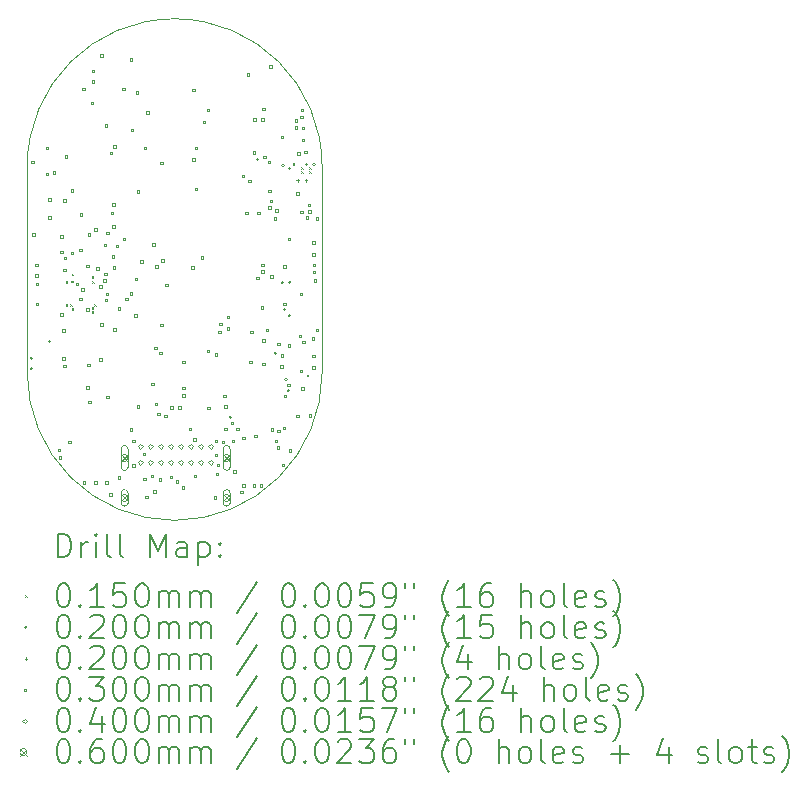
<source format=gbr>
%TF.GenerationSoftware,KiCad,Pcbnew,9.0.7*%
%TF.CreationDate,2026-01-28T11:34:08-05:00*%
%TF.ProjectId,Serene Mini,53657265-6e65-4204-9d69-6e692e6b6963,rev?*%
%TF.SameCoordinates,Original*%
%TF.FileFunction,Drillmap*%
%TF.FilePolarity,Positive*%
%FSLAX45Y45*%
G04 Gerber Fmt 4.5, Leading zero omitted, Abs format (unit mm)*
G04 Created by KiCad (PCBNEW 9.0.7) date 2026-01-28 11:34:08*
%MOMM*%
%LPD*%
G01*
G04 APERTURE LIST*
%ADD10C,0.050000*%
%ADD11C,0.200000*%
%ADD12C,0.100000*%
G04 APERTURE END LIST*
D10*
X2071705Y-4875309D02*
X2071705Y-6625309D01*
X4568295Y-6625000D02*
G75*
G02*
X2071705Y-6625309I-1248295J-309D01*
G01*
X2071705Y-4875309D02*
G75*
G02*
X4568295Y-4875309I1248295J0D01*
G01*
X4568295Y-4875309D02*
X4568295Y-6625000D01*
D11*
D12*
X2397370Y-5845036D02*
X2412370Y-5860036D01*
X2412370Y-5845036D02*
X2397370Y-5860036D01*
X2397416Y-6044737D02*
X2412416Y-6059737D01*
X2412416Y-6044737D02*
X2397416Y-6059737D01*
X2434345Y-6045045D02*
X2449345Y-6060045D01*
X2449345Y-6045045D02*
X2434345Y-6060045D01*
X2444404Y-5843927D02*
X2459404Y-5858927D01*
X2459404Y-5843927D02*
X2444404Y-5858927D01*
X2446502Y-6076711D02*
X2461502Y-6091711D01*
X2461502Y-6076711D02*
X2446502Y-6091711D01*
X2446790Y-5784794D02*
X2461790Y-5799794D01*
X2461790Y-5784794D02*
X2446790Y-5799794D01*
X2616577Y-6101923D02*
X2631577Y-6116923D01*
X2631577Y-6101923D02*
X2616577Y-6116923D01*
X2616679Y-5806662D02*
X2631679Y-5821662D01*
X2631679Y-5806662D02*
X2616679Y-5821662D01*
X2616694Y-6068351D02*
X2631694Y-6083351D01*
X2631694Y-6068351D02*
X2616694Y-6083351D01*
X2622973Y-5845475D02*
X2637973Y-5860475D01*
X2637973Y-5845475D02*
X2622973Y-5860475D01*
X2640515Y-6044814D02*
X2655515Y-6059814D01*
X2655515Y-6044814D02*
X2640515Y-6059814D01*
X4317500Y-4847500D02*
X4332500Y-4862500D01*
X4332500Y-4847500D02*
X4317500Y-4862500D01*
X4387500Y-4882500D02*
X4402500Y-4897500D01*
X4402500Y-4882500D02*
X4387500Y-4897500D01*
X4387500Y-4917500D02*
X4402500Y-4932500D01*
X4402500Y-4917500D02*
X4387500Y-4932500D01*
X4457500Y-4882500D02*
X4472500Y-4897500D01*
X4472500Y-4882500D02*
X4457500Y-4897500D01*
X4457500Y-4917500D02*
X4472500Y-4932500D01*
X4472500Y-4917500D02*
X4457500Y-4932500D01*
X2116705Y-6500000D02*
G75*
G02*
X2096705Y-6500000I-10000J0D01*
G01*
X2096705Y-6500000D02*
G75*
G02*
X2116705Y-6500000I10000J0D01*
G01*
X2116705Y-6590000D02*
G75*
G02*
X2096705Y-6590000I-10000J0D01*
G01*
X2096705Y-6590000D02*
G75*
G02*
X2116705Y-6590000I10000J0D01*
G01*
X2268750Y-6358750D02*
G75*
G02*
X2248750Y-6358750I-10000J0D01*
G01*
X2248750Y-6358750D02*
G75*
G02*
X2268750Y-6358750I10000J0D01*
G01*
X3800000Y-7000000D02*
G75*
G02*
X3780000Y-7000000I-10000J0D01*
G01*
X3780000Y-7000000D02*
G75*
G02*
X3800000Y-7000000I10000J0D01*
G01*
X4030584Y-4819416D02*
G75*
G02*
X4010584Y-4819416I-10000J0D01*
G01*
X4010584Y-4819416D02*
G75*
G02*
X4030584Y-4819416I10000J0D01*
G01*
X4180000Y-6460000D02*
G75*
G02*
X4160000Y-6460000I-10000J0D01*
G01*
X4160000Y-6460000D02*
G75*
G02*
X4180000Y-6460000I10000J0D01*
G01*
X4240000Y-5860000D02*
G75*
G02*
X4220000Y-5860000I-10000J0D01*
G01*
X4220000Y-5860000D02*
G75*
G02*
X4240000Y-5860000I10000J0D01*
G01*
X4247700Y-4870000D02*
G75*
G02*
X4227700Y-4870000I-10000J0D01*
G01*
X4227700Y-4870000D02*
G75*
G02*
X4247700Y-4870000I10000J0D01*
G01*
X4260000Y-6090000D02*
G75*
G02*
X4240000Y-6090000I-10000J0D01*
G01*
X4240000Y-6090000D02*
G75*
G02*
X4260000Y-6090000I10000J0D01*
G01*
X4271940Y-6681312D02*
G75*
G02*
X4251940Y-6681312I-10000J0D01*
G01*
X4251940Y-6681312D02*
G75*
G02*
X4271940Y-6681312I10000J0D01*
G01*
X4290829Y-6776413D02*
G75*
G02*
X4270829Y-6776413I-10000J0D01*
G01*
X4270829Y-6776413D02*
G75*
G02*
X4290829Y-6776413I10000J0D01*
G01*
X4300000Y-6140000D02*
G75*
G02*
X4280000Y-6140000I-10000J0D01*
G01*
X4280000Y-6140000D02*
G75*
G02*
X4300000Y-6140000I10000J0D01*
G01*
X4304500Y-5858184D02*
G75*
G02*
X4284500Y-5858184I-10000J0D01*
G01*
X4284500Y-5858184D02*
G75*
G02*
X4304500Y-5858184I10000J0D01*
G01*
X4460000Y-6650000D02*
G75*
G02*
X4440000Y-6650000I-10000J0D01*
G01*
X4440000Y-6650000D02*
G75*
G02*
X4460000Y-6650000I10000J0D01*
G01*
X4510000Y-4860000D02*
G75*
G02*
X4490000Y-4860000I-10000J0D01*
G01*
X4490000Y-4860000D02*
G75*
G02*
X4510000Y-4860000I10000J0D01*
G01*
X4290000Y-4880000D02*
X4290000Y-4900000D01*
X4280000Y-4890000D02*
X4300000Y-4890000D01*
X4360000Y-4985000D02*
X4360000Y-5005000D01*
X4350000Y-4995000D02*
X4370000Y-4995000D01*
X4430000Y-4845000D02*
X4430000Y-4865000D01*
X4420000Y-4855000D02*
X4440000Y-4855000D01*
X4430000Y-4985000D02*
X4430000Y-5005000D01*
X4420000Y-4995000D02*
X4440000Y-4995000D01*
X2125325Y-4850744D02*
X2125325Y-4829531D01*
X2104112Y-4829531D01*
X2104112Y-4850744D01*
X2125325Y-4850744D01*
X2135407Y-5463740D02*
X2135407Y-5442527D01*
X2114193Y-5442527D01*
X2114193Y-5463740D01*
X2135407Y-5463740D01*
X2160607Y-5720607D02*
X2160607Y-5699393D01*
X2139393Y-5699393D01*
X2139393Y-5720607D01*
X2160607Y-5720607D01*
X2160607Y-5810607D02*
X2160607Y-5789393D01*
X2139393Y-5789393D01*
X2139393Y-5810607D01*
X2160607Y-5810607D01*
X2163107Y-6050607D02*
X2163107Y-6029393D01*
X2141893Y-6029393D01*
X2141893Y-6050607D01*
X2163107Y-6050607D01*
X2165994Y-5885060D02*
X2165994Y-5863846D01*
X2144781Y-5863846D01*
X2144781Y-5885060D01*
X2165994Y-5885060D01*
X2250607Y-4730607D02*
X2250607Y-4709393D01*
X2229393Y-4709393D01*
X2229393Y-4730607D01*
X2250607Y-4730607D01*
X2250607Y-4950607D02*
X2250607Y-4929393D01*
X2229393Y-4929393D01*
X2229393Y-4950607D01*
X2250607Y-4950607D01*
X2269357Y-5169357D02*
X2269357Y-5148143D01*
X2248143Y-5148143D01*
X2248143Y-5169357D01*
X2269357Y-5169357D01*
X2269357Y-5319357D02*
X2269357Y-5298143D01*
X2248143Y-5298143D01*
X2248143Y-5319357D01*
X2269357Y-5319357D01*
X2310607Y-4940607D02*
X2310607Y-4919393D01*
X2289393Y-4919393D01*
X2289393Y-4940607D01*
X2310607Y-4940607D01*
X2350607Y-7290607D02*
X2350607Y-7269393D01*
X2329393Y-7269393D01*
X2329393Y-7290607D01*
X2350607Y-7290607D01*
X2360607Y-7350607D02*
X2360607Y-7329393D01*
X2339393Y-7329393D01*
X2339393Y-7350607D01*
X2360607Y-7350607D01*
X2370760Y-6141670D02*
X2370760Y-6120456D01*
X2349547Y-6120456D01*
X2349547Y-6141670D01*
X2370760Y-6141670D01*
X2373165Y-5482768D02*
X2373165Y-5461554D01*
X2351952Y-5461554D01*
X2351952Y-5482768D01*
X2373165Y-5482768D01*
X2373605Y-5610804D02*
X2373605Y-5589591D01*
X2352392Y-5589591D01*
X2352392Y-5610804D01*
X2373605Y-5610804D01*
X2387649Y-6513564D02*
X2387649Y-6492351D01*
X2366436Y-6492351D01*
X2366436Y-6513564D01*
X2387649Y-6513564D01*
X2390396Y-6275646D02*
X2390396Y-6254432D01*
X2369183Y-6254432D01*
X2369183Y-6275646D01*
X2390396Y-6275646D01*
X2395807Y-5175407D02*
X2395807Y-5154193D01*
X2374593Y-5154193D01*
X2374593Y-5175407D01*
X2395807Y-5175407D01*
X2397607Y-6577607D02*
X2397607Y-6556393D01*
X2376393Y-6556393D01*
X2376393Y-6577607D01*
X2397607Y-6577607D01*
X2398567Y-5764156D02*
X2398567Y-5742943D01*
X2377354Y-5742943D01*
X2377354Y-5764156D01*
X2398567Y-5764156D01*
X2401570Y-5661275D02*
X2401570Y-5640062D01*
X2380356Y-5640062D01*
X2380356Y-5661275D01*
X2401570Y-5661275D01*
X2408928Y-4802850D02*
X2408928Y-4781637D01*
X2387714Y-4781637D01*
X2387714Y-4802850D01*
X2408928Y-4802850D01*
X2440607Y-7220607D02*
X2440607Y-7199393D01*
X2419393Y-7199393D01*
X2419393Y-7220607D01*
X2440607Y-7220607D01*
X2460607Y-5090607D02*
X2460607Y-5069393D01*
X2439393Y-5069393D01*
X2439393Y-5090607D01*
X2460607Y-5090607D01*
X2460607Y-5620607D02*
X2460607Y-5599393D01*
X2439393Y-5599393D01*
X2439393Y-5620607D01*
X2460607Y-5620607D01*
X2504607Y-5881607D02*
X2504607Y-5860393D01*
X2483393Y-5860393D01*
X2483393Y-5881607D01*
X2504607Y-5881607D01*
X2531920Y-5595370D02*
X2531920Y-5574157D01*
X2510707Y-5574157D01*
X2510707Y-5595370D01*
X2531920Y-5595370D01*
X2533226Y-6009465D02*
X2533226Y-5988252D01*
X2512013Y-5988252D01*
X2512013Y-6009465D01*
X2533226Y-6009465D01*
X2535807Y-5292907D02*
X2535807Y-5271693D01*
X2514594Y-5271693D01*
X2514594Y-5292907D01*
X2535807Y-5292907D01*
X2550230Y-5928152D02*
X2550230Y-5906939D01*
X2529017Y-5906939D01*
X2529017Y-5928152D01*
X2550230Y-5928152D01*
X2560607Y-4230607D02*
X2560607Y-4209393D01*
X2539393Y-4209393D01*
X2539393Y-4230607D01*
X2560607Y-4230607D01*
X2562494Y-7565401D02*
X2562494Y-7544188D01*
X2541280Y-7544188D01*
X2541280Y-7565401D01*
X2562494Y-7565401D01*
X2590607Y-5730607D02*
X2590607Y-5709393D01*
X2569393Y-5709393D01*
X2569393Y-5730607D01*
X2590607Y-5730607D01*
X2591107Y-6099407D02*
X2591107Y-6078193D01*
X2569893Y-6078193D01*
X2569893Y-6099407D01*
X2591107Y-6099407D01*
X2593607Y-6760607D02*
X2593607Y-6739393D01*
X2572393Y-6739393D01*
X2572393Y-6760607D01*
X2593607Y-6760607D01*
X2600607Y-6570607D02*
X2600607Y-6549393D01*
X2579393Y-6549393D01*
X2579393Y-6570607D01*
X2600607Y-6570607D01*
X2604607Y-5462607D02*
X2604607Y-5441393D01*
X2583393Y-5441393D01*
X2583393Y-5462607D01*
X2604607Y-5462607D01*
X2610607Y-6880607D02*
X2610607Y-6859393D01*
X2589393Y-6859393D01*
X2589393Y-6880607D01*
X2610607Y-6880607D01*
X2630607Y-4350607D02*
X2630607Y-4329393D01*
X2609393Y-4329393D01*
X2609393Y-4350607D01*
X2630607Y-4350607D01*
X2640607Y-4080607D02*
X2640607Y-4059393D01*
X2619393Y-4059393D01*
X2619393Y-4080607D01*
X2640607Y-4080607D01*
X2640607Y-4170607D02*
X2640607Y-4149393D01*
X2619393Y-4149393D01*
X2619393Y-4170607D01*
X2640607Y-4170607D01*
X2660607Y-5421107D02*
X2660607Y-5399894D01*
X2639393Y-5399894D01*
X2639393Y-5421107D01*
X2660607Y-5421107D01*
X2662237Y-7562053D02*
X2662237Y-7540840D01*
X2641023Y-7540840D01*
X2641023Y-7562053D01*
X2662237Y-7562053D01*
X2675177Y-5750607D02*
X2675177Y-5729393D01*
X2653964Y-5729393D01*
X2653964Y-5750607D01*
X2675177Y-5750607D01*
X2700607Y-5903107D02*
X2700607Y-5881893D01*
X2679393Y-5881893D01*
X2679393Y-5903107D01*
X2700607Y-5903107D01*
X2703629Y-6522233D02*
X2703629Y-6501019D01*
X2682416Y-6501019D01*
X2682416Y-6522233D01*
X2703629Y-6522233D01*
X2710607Y-3950607D02*
X2710607Y-3929393D01*
X2689393Y-3929393D01*
X2689393Y-3950607D01*
X2710607Y-3950607D01*
X2710607Y-6227307D02*
X2710607Y-6206093D01*
X2689393Y-6206093D01*
X2689393Y-6227307D01*
X2710607Y-6227307D01*
X2735873Y-5854988D02*
X2735873Y-5833774D01*
X2714659Y-5833774D01*
X2714659Y-5854988D01*
X2735873Y-5854988D01*
X2739652Y-5551133D02*
X2739652Y-5529920D01*
X2718439Y-5529920D01*
X2718439Y-5551133D01*
X2739652Y-5551133D01*
X2745294Y-5798062D02*
X2745294Y-5776848D01*
X2724081Y-5776848D01*
X2724081Y-5798062D01*
X2745294Y-5798062D01*
X2750175Y-6019309D02*
X2750175Y-5998096D01*
X2728961Y-5998096D01*
X2728961Y-6019309D01*
X2750175Y-6019309D01*
X2750607Y-4540607D02*
X2750607Y-4519393D01*
X2729393Y-4519393D01*
X2729393Y-4540607D01*
X2750607Y-4540607D01*
X2753207Y-7565807D02*
X2753207Y-7544593D01*
X2731994Y-7544593D01*
X2731994Y-7565807D01*
X2753207Y-7565807D01*
X2758883Y-5967029D02*
X2758883Y-5945816D01*
X2737669Y-5945816D01*
X2737669Y-5967029D01*
X2758883Y-5967029D01*
X2763651Y-5452582D02*
X2763651Y-5431369D01*
X2742437Y-5431369D01*
X2742437Y-5452582D01*
X2763651Y-5452582D01*
X2763699Y-6841203D02*
X2763699Y-6819990D01*
X2742485Y-6819990D01*
X2742485Y-6841203D01*
X2763699Y-6841203D01*
X2787179Y-7666552D02*
X2787179Y-7645339D01*
X2765966Y-7645339D01*
X2765966Y-7666552D01*
X2787179Y-7666552D01*
X2789505Y-4775614D02*
X2789505Y-4754400D01*
X2768292Y-4754400D01*
X2768292Y-4775614D01*
X2789505Y-4775614D01*
X2800607Y-5280607D02*
X2800607Y-5259393D01*
X2779393Y-5259393D01*
X2779393Y-5280607D01*
X2800607Y-5280607D01*
X2808093Y-5648851D02*
X2808093Y-5627638D01*
X2786880Y-5627638D01*
X2786880Y-5648851D01*
X2808093Y-5648851D01*
X2810607Y-5210607D02*
X2810607Y-5189393D01*
X2789393Y-5189393D01*
X2789393Y-5210607D01*
X2810607Y-5210607D01*
X2810607Y-5395607D02*
X2810607Y-5374393D01*
X2789393Y-5374393D01*
X2789393Y-5395607D01*
X2810607Y-5395607D01*
X2818264Y-5742836D02*
X2818264Y-5721622D01*
X2797050Y-5721622D01*
X2797050Y-5742836D01*
X2818264Y-5742836D01*
X2820607Y-4720607D02*
X2820607Y-4699393D01*
X2799393Y-4699393D01*
X2799393Y-4720607D01*
X2820607Y-4720607D01*
X2821299Y-6270341D02*
X2821299Y-6249127D01*
X2800085Y-6249127D01*
X2800085Y-6270341D01*
X2821299Y-6270341D01*
X2840607Y-5560607D02*
X2840607Y-5539393D01*
X2819393Y-5539393D01*
X2819393Y-5560607D01*
X2840607Y-5560607D01*
X2860607Y-6090607D02*
X2860607Y-6069393D01*
X2839393Y-6069393D01*
X2839393Y-6090607D01*
X2860607Y-6090607D01*
X2860607Y-7520607D02*
X2860607Y-7499393D01*
X2839393Y-7499393D01*
X2839393Y-7520607D01*
X2860607Y-7520607D01*
X2895607Y-4230607D02*
X2895607Y-4209393D01*
X2874393Y-4209393D01*
X2874393Y-4230607D01*
X2895607Y-4230607D01*
X2900607Y-5500607D02*
X2900607Y-5479393D01*
X2879393Y-5479393D01*
X2879393Y-5500607D01*
X2900607Y-5500607D01*
X2921897Y-6009861D02*
X2921897Y-5988648D01*
X2900684Y-5988648D01*
X2900684Y-6009861D01*
X2921897Y-6009861D01*
X2960407Y-7116883D02*
X2960407Y-7095670D01*
X2939193Y-7095670D01*
X2939193Y-7116883D01*
X2960407Y-7116883D01*
X2960607Y-3980607D02*
X2960607Y-3959393D01*
X2939393Y-3959393D01*
X2939393Y-3980607D01*
X2960607Y-3980607D01*
X2962166Y-5963087D02*
X2962166Y-5941874D01*
X2940952Y-5941874D01*
X2940952Y-5963087D01*
X2962166Y-5963087D01*
X2970607Y-4580607D02*
X2970607Y-4559393D01*
X2949393Y-4559393D01*
X2949393Y-4580607D01*
X2970607Y-4580607D01*
X2980607Y-7420607D02*
X2980607Y-7399393D01*
X2959393Y-7399393D01*
X2959393Y-7420607D01*
X2980607Y-7420607D01*
X2984001Y-7212628D02*
X2984001Y-7191415D01*
X2962788Y-7191415D01*
X2962788Y-7212628D01*
X2984001Y-7212628D01*
X2999787Y-6150319D02*
X2999787Y-6129105D01*
X2978574Y-6129105D01*
X2978574Y-6150319D01*
X2999787Y-6150319D01*
X3001730Y-5842602D02*
X3001730Y-5821388D01*
X2980517Y-5821388D01*
X2980517Y-5842602D01*
X3001730Y-5842602D01*
X3010607Y-4260607D02*
X3010607Y-4239393D01*
X2989393Y-4239393D01*
X2989393Y-4260607D01*
X3010607Y-4260607D01*
X3020607Y-5100607D02*
X3020607Y-5079393D01*
X2999393Y-5079393D01*
X2999393Y-5100607D01*
X3020607Y-5100607D01*
X3020607Y-6920607D02*
X3020607Y-6899393D01*
X2999393Y-6899393D01*
X2999393Y-6920607D01*
X3020607Y-6920607D01*
X3050607Y-5690607D02*
X3050607Y-5669393D01*
X3029393Y-5669393D01*
X3029393Y-5690607D01*
X3050607Y-5690607D01*
X3070607Y-7320607D02*
X3070607Y-7299393D01*
X3049393Y-7299393D01*
X3049393Y-7320607D01*
X3070607Y-7320607D01*
X3073402Y-7536007D02*
X3073402Y-7514793D01*
X3052188Y-7514793D01*
X3052188Y-7536007D01*
X3073402Y-7536007D01*
X3080607Y-4730607D02*
X3080607Y-4709393D01*
X3059393Y-4709393D01*
X3059393Y-4730607D01*
X3080607Y-4730607D01*
X3089820Y-7685807D02*
X3089820Y-7664593D01*
X3068607Y-7664593D01*
X3068607Y-7685807D01*
X3089820Y-7685807D01*
X3100607Y-4430607D02*
X3100607Y-4409393D01*
X3079393Y-4409393D01*
X3079393Y-4430607D01*
X3100607Y-4430607D01*
X3137607Y-7508607D02*
X3137607Y-7487393D01*
X3116393Y-7487393D01*
X3116393Y-7508607D01*
X3137607Y-7508607D01*
X3142735Y-6728478D02*
X3142735Y-6707264D01*
X3121522Y-6707264D01*
X3121522Y-6728478D01*
X3142735Y-6728478D01*
X3150607Y-5550607D02*
X3150607Y-5529393D01*
X3129393Y-5529393D01*
X3129393Y-5550607D01*
X3150607Y-5550607D01*
X3159607Y-7640607D02*
X3159607Y-7619393D01*
X3138393Y-7619393D01*
X3138393Y-7640607D01*
X3159607Y-7640607D01*
X3169230Y-6424972D02*
X3169230Y-6403759D01*
X3148016Y-6403759D01*
X3148016Y-6424972D01*
X3169230Y-6424972D01*
X3170607Y-6900607D02*
X3170607Y-6879393D01*
X3149393Y-6879393D01*
X3149393Y-6900607D01*
X3170607Y-6900607D01*
X3175858Y-5735355D02*
X3175858Y-5714142D01*
X3154644Y-5714142D01*
X3154644Y-5735355D01*
X3175858Y-5735355D01*
X3191607Y-6982607D02*
X3191607Y-6961393D01*
X3170393Y-6961393D01*
X3170393Y-6982607D01*
X3191607Y-6982607D01*
X3204807Y-7536607D02*
X3204807Y-7515393D01*
X3183593Y-7515393D01*
X3183593Y-7536607D01*
X3204807Y-7536607D01*
X3209749Y-6465491D02*
X3209749Y-6444278D01*
X3188536Y-6444278D01*
X3188536Y-6465491D01*
X3209749Y-6465491D01*
X3220607Y-4860607D02*
X3220607Y-4839393D01*
X3199393Y-4839393D01*
X3199393Y-4860607D01*
X3220607Y-4860607D01*
X3220607Y-6230607D02*
X3220607Y-6209393D01*
X3199393Y-6209393D01*
X3199393Y-6230607D01*
X3220607Y-6230607D01*
X3225355Y-5685858D02*
X3225355Y-5664644D01*
X3204142Y-5664644D01*
X3204142Y-5685858D01*
X3225355Y-5685858D01*
X3254504Y-7001657D02*
X3254504Y-6980443D01*
X3233291Y-6980443D01*
X3233291Y-7001657D01*
X3254504Y-7001657D01*
X3260607Y-5890607D02*
X3260607Y-5869393D01*
X3239393Y-5869393D01*
X3239393Y-5890607D01*
X3260607Y-5890607D01*
X3299607Y-7515607D02*
X3299607Y-7494393D01*
X3278393Y-7494393D01*
X3278393Y-7515607D01*
X3299607Y-7515607D01*
X3303107Y-6930607D02*
X3303107Y-6909393D01*
X3281893Y-6909393D01*
X3281893Y-6930607D01*
X3303107Y-6930607D01*
X3351387Y-7555620D02*
X3351387Y-7534407D01*
X3330173Y-7534407D01*
X3330173Y-7555620D01*
X3351387Y-7555620D01*
X3373107Y-6930607D02*
X3373107Y-6909393D01*
X3351893Y-6909393D01*
X3351893Y-6930607D01*
X3373107Y-6930607D01*
X3400050Y-7607807D02*
X3400050Y-7586593D01*
X3378837Y-7586593D01*
X3378837Y-7607807D01*
X3400050Y-7607807D01*
X3405807Y-6541444D02*
X3405807Y-6520231D01*
X3384593Y-6520231D01*
X3384593Y-6541444D01*
X3405807Y-6541444D01*
X3405807Y-6764139D02*
X3405807Y-6742926D01*
X3384593Y-6742926D01*
X3384593Y-6764139D01*
X3405807Y-6764139D01*
X3405807Y-6826155D02*
X3405807Y-6804941D01*
X3384593Y-6804941D01*
X3384593Y-6826155D01*
X3405807Y-6826155D01*
X3460607Y-7110607D02*
X3460607Y-7089393D01*
X3439393Y-7089393D01*
X3439393Y-7110607D01*
X3460607Y-7110607D01*
X3479507Y-5742326D02*
X3479507Y-5721113D01*
X3458293Y-5721113D01*
X3458293Y-5742326D01*
X3479507Y-5742326D01*
X3490607Y-4240607D02*
X3490607Y-4219393D01*
X3469393Y-4219393D01*
X3469393Y-4240607D01*
X3490607Y-4240607D01*
X3490607Y-4830607D02*
X3490607Y-4809393D01*
X3469393Y-4809393D01*
X3469393Y-4830607D01*
X3490607Y-4830607D01*
X3500435Y-7198671D02*
X3500435Y-7177458D01*
X3479222Y-7177458D01*
X3479222Y-7198671D01*
X3500435Y-7198671D01*
X3502607Y-7510420D02*
X3502607Y-7489207D01*
X3481393Y-7489207D01*
X3481393Y-7510420D01*
X3502607Y-7510420D01*
X3510607Y-4730607D02*
X3510607Y-4709393D01*
X3489393Y-4709393D01*
X3489393Y-4730607D01*
X3510607Y-4730607D01*
X3510607Y-5080607D02*
X3510607Y-5059393D01*
X3489393Y-5059393D01*
X3489393Y-5080607D01*
X3510607Y-5080607D01*
X3560607Y-5660607D02*
X3560607Y-5639393D01*
X3539393Y-5639393D01*
X3539393Y-5660607D01*
X3560607Y-5660607D01*
X3580607Y-4510607D02*
X3580607Y-4489393D01*
X3559393Y-4489393D01*
X3559393Y-4510607D01*
X3580607Y-4510607D01*
X3610607Y-4410607D02*
X3610607Y-4389393D01*
X3589393Y-4389393D01*
X3589393Y-4410607D01*
X3610607Y-4410607D01*
X3610607Y-6450607D02*
X3610607Y-6429393D01*
X3589393Y-6429393D01*
X3589393Y-6450607D01*
X3610607Y-6450607D01*
X3618887Y-6932808D02*
X3618887Y-6911595D01*
X3597673Y-6911595D01*
X3597673Y-6932808D01*
X3618887Y-6932808D01*
X3670607Y-7690607D02*
X3670607Y-7669393D01*
X3649393Y-7669393D01*
X3649393Y-7690607D01*
X3670607Y-7690607D01*
X3680607Y-6480607D02*
X3680607Y-6459393D01*
X3659393Y-6459393D01*
X3659393Y-6480607D01*
X3680607Y-6480607D01*
X3680607Y-7330607D02*
X3680607Y-7309393D01*
X3659393Y-7309393D01*
X3659393Y-7330607D01*
X3680607Y-7330607D01*
X3682365Y-7212238D02*
X3682365Y-7191025D01*
X3661152Y-7191025D01*
X3661152Y-7212238D01*
X3682365Y-7212238D01*
X3690607Y-7490607D02*
X3690607Y-7469393D01*
X3669393Y-7469393D01*
X3669393Y-7490607D01*
X3690607Y-7490607D01*
X3697607Y-7414607D02*
X3697607Y-7393393D01*
X3676393Y-7393393D01*
X3676393Y-7414607D01*
X3697607Y-7414607D01*
X3710607Y-6290607D02*
X3710607Y-6269393D01*
X3689393Y-6269393D01*
X3689393Y-6290607D01*
X3710607Y-6290607D01*
X3720607Y-6220607D02*
X3720607Y-6199393D01*
X3699393Y-6199393D01*
X3699393Y-6220607D01*
X3720607Y-6220607D01*
X3739492Y-7220349D02*
X3739492Y-7199136D01*
X3718279Y-7199136D01*
X3718279Y-7220349D01*
X3739492Y-7220349D01*
X3751107Y-6830607D02*
X3751107Y-6809393D01*
X3729893Y-6809393D01*
X3729893Y-6830607D01*
X3751107Y-6830607D01*
X3760607Y-6920607D02*
X3760607Y-6899393D01*
X3739393Y-6899393D01*
X3739393Y-6920607D01*
X3760607Y-6920607D01*
X3760607Y-7110607D02*
X3760607Y-7089393D01*
X3739393Y-7089393D01*
X3739393Y-7110607D01*
X3760607Y-7110607D01*
X3780607Y-6160607D02*
X3780607Y-6139393D01*
X3759393Y-6139393D01*
X3759393Y-6160607D01*
X3780607Y-6160607D01*
X3780607Y-6260607D02*
X3780607Y-6239393D01*
X3759393Y-6239393D01*
X3759393Y-6260607D01*
X3780607Y-6260607D01*
X3814107Y-7060607D02*
X3814107Y-7039393D01*
X3792893Y-7039393D01*
X3792893Y-7060607D01*
X3814107Y-7060607D01*
X3825715Y-7214088D02*
X3825715Y-7192874D01*
X3804502Y-7192874D01*
X3804502Y-7214088D01*
X3825715Y-7214088D01*
X3835985Y-7471911D02*
X3835985Y-7450698D01*
X3814772Y-7450698D01*
X3814772Y-7471911D01*
X3835985Y-7471911D01*
X3860607Y-7110607D02*
X3860607Y-7089393D01*
X3839393Y-7089393D01*
X3839393Y-7110607D01*
X3860607Y-7110607D01*
X3896053Y-7643622D02*
X3896053Y-7622409D01*
X3874840Y-7622409D01*
X3874840Y-7643622D01*
X3896053Y-7643622D01*
X3910807Y-4968650D02*
X3910807Y-4947437D01*
X3889593Y-4947437D01*
X3889593Y-4968650D01*
X3910807Y-4968650D01*
X3914107Y-7185435D02*
X3914107Y-7164222D01*
X3892893Y-7164222D01*
X3892893Y-7185435D01*
X3914107Y-7185435D01*
X3915107Y-7589159D02*
X3915107Y-7567945D01*
X3893893Y-7567945D01*
X3893893Y-7589159D01*
X3915107Y-7589159D01*
X3940607Y-5280607D02*
X3940607Y-5259393D01*
X3919393Y-5259393D01*
X3919393Y-5280607D01*
X3940607Y-5280607D01*
X3952607Y-4110607D02*
X3952607Y-4089393D01*
X3931393Y-4089393D01*
X3931393Y-4110607D01*
X3952607Y-4110607D01*
X3964107Y-5010607D02*
X3964107Y-4989393D01*
X3942893Y-4989393D01*
X3942893Y-5010607D01*
X3964107Y-5010607D01*
X3970866Y-6544270D02*
X3970866Y-6523057D01*
X3949652Y-6523057D01*
X3949652Y-6544270D01*
X3970866Y-6544270D01*
X3980607Y-6290607D02*
X3980607Y-6269393D01*
X3959393Y-6269393D01*
X3959393Y-6290607D01*
X3980607Y-6290607D01*
X4002607Y-7588607D02*
X4002607Y-7567393D01*
X3981393Y-7567393D01*
X3981393Y-7588607D01*
X4002607Y-7588607D01*
X4004186Y-4768108D02*
X4004186Y-4746895D01*
X3982972Y-4746895D01*
X3982972Y-4768108D01*
X4004186Y-4768108D01*
X4006107Y-4491270D02*
X4006107Y-4470056D01*
X3984893Y-4470056D01*
X3984893Y-4491270D01*
X4006107Y-4491270D01*
X4013122Y-7171541D02*
X4013122Y-7150328D01*
X3991909Y-7150328D01*
X3991909Y-7171541D01*
X4013122Y-7171541D01*
X4030607Y-5830607D02*
X4030607Y-5809393D01*
X4009393Y-5809393D01*
X4009393Y-5830607D01*
X4030607Y-5830607D01*
X4040607Y-5280607D02*
X4040607Y-5259393D01*
X4019393Y-5259393D01*
X4019393Y-5280607D01*
X4040607Y-5280607D01*
X4059607Y-7588607D02*
X4059607Y-7567393D01*
X4038393Y-7567393D01*
X4038393Y-7588607D01*
X4059607Y-7588607D01*
X4071107Y-6080607D02*
X4071107Y-6059393D01*
X4049893Y-6059393D01*
X4049893Y-6080607D01*
X4071107Y-6080607D01*
X4072607Y-4490607D02*
X4072607Y-4469393D01*
X4051393Y-4469393D01*
X4051393Y-4490607D01*
X4072607Y-4490607D01*
X4075807Y-5720607D02*
X4075807Y-5699393D01*
X4054593Y-5699393D01*
X4054593Y-5720607D01*
X4075807Y-5720607D01*
X4075807Y-5775934D02*
X4075807Y-5754721D01*
X4054593Y-5754721D01*
X4054593Y-5775934D01*
X4075807Y-5775934D01*
X4080607Y-4400607D02*
X4080607Y-4379393D01*
X4059393Y-4379393D01*
X4059393Y-4400607D01*
X4080607Y-4400607D01*
X4080607Y-6360607D02*
X4080607Y-6339393D01*
X4059393Y-6339393D01*
X4059393Y-6360607D01*
X4080607Y-6360607D01*
X4080607Y-6560607D02*
X4080607Y-6539393D01*
X4059393Y-6539393D01*
X4059393Y-6560607D01*
X4080607Y-6560607D01*
X4090182Y-4809434D02*
X4090182Y-4788221D01*
X4068969Y-4788221D01*
X4068969Y-4809434D01*
X4090182Y-4809434D01*
X4110607Y-6270607D02*
X4110607Y-6249393D01*
X4089393Y-6249393D01*
X4089393Y-6270607D01*
X4110607Y-6270607D01*
X4130607Y-4850607D02*
X4130607Y-4829393D01*
X4109393Y-4829393D01*
X4109393Y-4850607D01*
X4130607Y-4850607D01*
X4132283Y-5095307D02*
X4132283Y-5074093D01*
X4111070Y-5074093D01*
X4111070Y-5095307D01*
X4132283Y-5095307D01*
X4134418Y-5237244D02*
X4134418Y-5216031D01*
X4113205Y-5216031D01*
X4113205Y-5237244D01*
X4134418Y-5237244D01*
X4142607Y-4040607D02*
X4142607Y-4019393D01*
X4121393Y-4019393D01*
X4121393Y-4040607D01*
X4142607Y-4040607D01*
X4147328Y-5181007D02*
X4147328Y-5159793D01*
X4126115Y-5159793D01*
X4126115Y-5181007D01*
X4147328Y-5181007D01*
X4150607Y-5820607D02*
X4150607Y-5799393D01*
X4129393Y-5799393D01*
X4129393Y-5820607D01*
X4150607Y-5820607D01*
X4156107Y-7113382D02*
X4156107Y-7092169D01*
X4134893Y-7092169D01*
X4134893Y-7113382D01*
X4156107Y-7113382D01*
X4181107Y-5330607D02*
X4181107Y-5309393D01*
X4159893Y-5309393D01*
X4159893Y-5330607D01*
X4181107Y-5330607D01*
X4187691Y-7212030D02*
X4187691Y-7190817D01*
X4166478Y-7190817D01*
X4166478Y-7212030D01*
X4187691Y-7212030D01*
X4190607Y-5260607D02*
X4190607Y-5239393D01*
X4169393Y-5239393D01*
X4169393Y-5260607D01*
X4190607Y-5260607D01*
X4206361Y-7266361D02*
X4206361Y-7245148D01*
X4185148Y-7245148D01*
X4185148Y-7266361D01*
X4206361Y-7266361D01*
X4208661Y-6391423D02*
X4208661Y-6370209D01*
X4187448Y-6370209D01*
X4187448Y-6391423D01*
X4208661Y-6391423D01*
X4210807Y-7128179D02*
X4210807Y-7106965D01*
X4189593Y-7106965D01*
X4189593Y-7128179D01*
X4210807Y-7128179D01*
X4234907Y-6582964D02*
X4234907Y-6561751D01*
X4213693Y-6561751D01*
X4213693Y-6582964D01*
X4234907Y-6582964D01*
X4240564Y-4636678D02*
X4240564Y-4615464D01*
X4219350Y-4615464D01*
X4219350Y-4636678D01*
X4240564Y-4636678D01*
X4240607Y-6490607D02*
X4240607Y-6469393D01*
X4219393Y-6469393D01*
X4219393Y-6490607D01*
X4240607Y-6490607D01*
X4247568Y-7417568D02*
X4247568Y-7396355D01*
X4226355Y-7396355D01*
X4226355Y-7417568D01*
X4247568Y-7417568D01*
X4256107Y-7100607D02*
X4256107Y-7079393D01*
X4234893Y-7079393D01*
X4234893Y-7100607D01*
X4256107Y-7100607D01*
X4260607Y-5736246D02*
X4260607Y-5715033D01*
X4239393Y-5715033D01*
X4239393Y-5736246D01*
X4260607Y-5736246D01*
X4262474Y-6053252D02*
X4262474Y-6032039D01*
X4241261Y-6032039D01*
X4241261Y-6053252D01*
X4262474Y-6053252D01*
X4264407Y-6829322D02*
X4264407Y-6808109D01*
X4243193Y-6808109D01*
X4243193Y-6829322D01*
X4264407Y-6829322D01*
X4295590Y-6736992D02*
X4295590Y-6715779D01*
X4274377Y-6715779D01*
X4274377Y-6736992D01*
X4295590Y-6736992D01*
X4297535Y-5503351D02*
X4297535Y-5482138D01*
X4276321Y-5482138D01*
X4276321Y-5503351D01*
X4297535Y-5503351D01*
X4297535Y-6403351D02*
X4297535Y-6382138D01*
X4276321Y-6382138D01*
X4276321Y-6403351D01*
X4297535Y-6403351D01*
X4306389Y-7293842D02*
X4306389Y-7272629D01*
X4285176Y-7272629D01*
X4285176Y-7293842D01*
X4306389Y-7293842D01*
X4357903Y-4500030D02*
X4357903Y-4478817D01*
X4336689Y-4478817D01*
X4336689Y-4500030D01*
X4357903Y-4500030D01*
X4358757Y-4556483D02*
X4358757Y-4535270D01*
X4337544Y-4535270D01*
X4337544Y-4556483D01*
X4358757Y-4556483D01*
X4369034Y-5114998D02*
X4369034Y-5093785D01*
X4347820Y-5093785D01*
X4347820Y-5114998D01*
X4369034Y-5114998D01*
X4369100Y-7000705D02*
X4369100Y-6979491D01*
X4347886Y-6979491D01*
X4347886Y-7000705D01*
X4369100Y-7000705D01*
X4380580Y-4776895D02*
X4380580Y-4755682D01*
X4359366Y-4755682D01*
X4359366Y-4776895D01*
X4380580Y-4776895D01*
X4390607Y-6322857D02*
X4390607Y-6301643D01*
X4369393Y-6301643D01*
X4369393Y-6322857D01*
X4390607Y-6322857D01*
X4401857Y-5969357D02*
X4401857Y-5948143D01*
X4380643Y-5948143D01*
X4380643Y-5969357D01*
X4401857Y-5969357D01*
X4401857Y-6619357D02*
X4401857Y-6598143D01*
X4380643Y-6598143D01*
X4380643Y-6619357D01*
X4401857Y-6619357D01*
X4405188Y-4468052D02*
X4405188Y-4446839D01*
X4383974Y-4446839D01*
X4383974Y-4468052D01*
X4405188Y-4468052D01*
X4405495Y-5272995D02*
X4405495Y-5251781D01*
X4384281Y-5251781D01*
X4384281Y-5272995D01*
X4405495Y-5272995D01*
X4410607Y-4410607D02*
X4410607Y-4389393D01*
X4389393Y-4389393D01*
X4389393Y-4410607D01*
X4410607Y-4410607D01*
X4414592Y-6765902D02*
X4414592Y-6744688D01*
X4393378Y-6744688D01*
X4393378Y-6765902D01*
X4414592Y-6765902D01*
X4416276Y-4561058D02*
X4416276Y-4539844D01*
X4395063Y-4539844D01*
X4395063Y-4561058D01*
X4416276Y-4561058D01*
X4418212Y-4662607D02*
X4418212Y-4641393D01*
X4396999Y-4641393D01*
X4396999Y-4662607D01*
X4418212Y-4662607D01*
X4420607Y-6372857D02*
X4420607Y-6351643D01*
X4399393Y-6351643D01*
X4399393Y-6372857D01*
X4420607Y-6372857D01*
X4436953Y-4764592D02*
X4436953Y-4743378D01*
X4415740Y-4743378D01*
X4415740Y-4764592D01*
X4436953Y-4764592D01*
X4450607Y-5319157D02*
X4450607Y-5297943D01*
X4429393Y-5297943D01*
X4429393Y-5319157D01*
X4450607Y-5319157D01*
X4466814Y-5214857D02*
X4466814Y-5193643D01*
X4445601Y-5193643D01*
X4445601Y-5214857D01*
X4466814Y-5214857D01*
X4469893Y-5267795D02*
X4469893Y-5246581D01*
X4448680Y-5246581D01*
X4448680Y-5267795D01*
X4469893Y-5267795D01*
X4475607Y-6996607D02*
X4475607Y-6975393D01*
X4454393Y-6975393D01*
X4454393Y-6996607D01*
X4475607Y-6996607D01*
X4503602Y-6343973D02*
X4503602Y-6322760D01*
X4482388Y-6322760D01*
X4482388Y-6343973D01*
X4503602Y-6343973D01*
X4505888Y-5531243D02*
X4505888Y-5510030D01*
X4484674Y-5510030D01*
X4484674Y-5531243D01*
X4505888Y-5531243D01*
X4506881Y-5631362D02*
X4506881Y-5610149D01*
X4485667Y-5610149D01*
X4485667Y-5631362D01*
X4506881Y-5631362D01*
X4507189Y-6589407D02*
X4507189Y-6568193D01*
X4485976Y-6568193D01*
X4485976Y-6589407D01*
X4507189Y-6589407D01*
X4507309Y-6494570D02*
X4507309Y-6473356D01*
X4486096Y-6473356D01*
X4486096Y-6494570D01*
X4507309Y-6494570D01*
X4510607Y-5720607D02*
X4510607Y-5699393D01*
X4489393Y-5699393D01*
X4489393Y-5720607D01*
X4510607Y-5720607D01*
X4510607Y-5780607D02*
X4510607Y-5759393D01*
X4489393Y-5759393D01*
X4489393Y-5780607D01*
X4510607Y-5780607D01*
X4518107Y-5851493D02*
X4518107Y-5830279D01*
X4496893Y-5830279D01*
X4496893Y-5851493D01*
X4518107Y-5851493D01*
X4536402Y-5330247D02*
X4536402Y-5309033D01*
X4515188Y-5309033D01*
X4515188Y-5330247D01*
X4536402Y-5330247D01*
X4536402Y-6270607D02*
X4536402Y-6249393D01*
X4515188Y-6249393D01*
X4515188Y-6270607D01*
X4536402Y-6270607D01*
X3030000Y-7267500D02*
X3050000Y-7247500D01*
X3030000Y-7227500D01*
X3010000Y-7247500D01*
X3030000Y-7267500D01*
X3030000Y-7402500D02*
X3050000Y-7382500D01*
X3030000Y-7362500D01*
X3010000Y-7382500D01*
X3030000Y-7402500D01*
X3115000Y-7267500D02*
X3135000Y-7247500D01*
X3115000Y-7227500D01*
X3095000Y-7247500D01*
X3115000Y-7267500D01*
X3115000Y-7402500D02*
X3135000Y-7382500D01*
X3115000Y-7362500D01*
X3095000Y-7382500D01*
X3115000Y-7402500D01*
X3200000Y-7267500D02*
X3220000Y-7247500D01*
X3200000Y-7227500D01*
X3180000Y-7247500D01*
X3200000Y-7267500D01*
X3200000Y-7402500D02*
X3220000Y-7382500D01*
X3200000Y-7362500D01*
X3180000Y-7382500D01*
X3200000Y-7402500D01*
X3285000Y-7267500D02*
X3305000Y-7247500D01*
X3285000Y-7227500D01*
X3265000Y-7247500D01*
X3285000Y-7267500D01*
X3285000Y-7402500D02*
X3305000Y-7382500D01*
X3285000Y-7362500D01*
X3265000Y-7382500D01*
X3285000Y-7402500D01*
X3370000Y-7267500D02*
X3390000Y-7247500D01*
X3370000Y-7227500D01*
X3350000Y-7247500D01*
X3370000Y-7267500D01*
X3370000Y-7402500D02*
X3390000Y-7382500D01*
X3370000Y-7362500D01*
X3350000Y-7382500D01*
X3370000Y-7402500D01*
X3455000Y-7267500D02*
X3475000Y-7247500D01*
X3455000Y-7227500D01*
X3435000Y-7247500D01*
X3455000Y-7267500D01*
X3455000Y-7402500D02*
X3475000Y-7382500D01*
X3455000Y-7362500D01*
X3435000Y-7382500D01*
X3455000Y-7402500D01*
X3540000Y-7267500D02*
X3560000Y-7247500D01*
X3540000Y-7227500D01*
X3520000Y-7247500D01*
X3540000Y-7267500D01*
X3540000Y-7402500D02*
X3560000Y-7382500D01*
X3540000Y-7362500D01*
X3520000Y-7382500D01*
X3540000Y-7402500D01*
X3625000Y-7267500D02*
X3645000Y-7247500D01*
X3625000Y-7227500D01*
X3605000Y-7247500D01*
X3625000Y-7267500D01*
X3625000Y-7402500D02*
X3645000Y-7382500D01*
X3625000Y-7362500D01*
X3605000Y-7382500D01*
X3625000Y-7402500D01*
X2865000Y-7315500D02*
X2925000Y-7375500D01*
X2925000Y-7315500D02*
X2865000Y-7375500D01*
X2925000Y-7345500D02*
G75*
G02*
X2865000Y-7345500I-30000J0D01*
G01*
X2865000Y-7345500D02*
G75*
G02*
X2925000Y-7345500I30000J0D01*
G01*
X2865000Y-7270500D02*
X2865000Y-7420500D01*
X2925000Y-7420500D02*
G75*
G02*
X2865000Y-7420500I-30000J0D01*
G01*
X2925000Y-7420500D02*
X2925000Y-7270500D01*
X2925000Y-7270500D02*
G75*
G03*
X2865000Y-7270500I-30000J0D01*
G01*
X2865000Y-7653500D02*
X2925000Y-7713500D01*
X2925000Y-7653500D02*
X2865000Y-7713500D01*
X2925000Y-7683500D02*
G75*
G02*
X2865000Y-7683500I-30000J0D01*
G01*
X2865000Y-7683500D02*
G75*
G02*
X2925000Y-7683500I30000J0D01*
G01*
X2865000Y-7643500D02*
X2865000Y-7723500D01*
X2925000Y-7723500D02*
G75*
G02*
X2865000Y-7723500I-30000J0D01*
G01*
X2925000Y-7723500D02*
X2925000Y-7643500D01*
X2925000Y-7643500D02*
G75*
G03*
X2865000Y-7643500I-30000J0D01*
G01*
X3730000Y-7315500D02*
X3790000Y-7375500D01*
X3790000Y-7315500D02*
X3730000Y-7375500D01*
X3790000Y-7345500D02*
G75*
G02*
X3730000Y-7345500I-30000J0D01*
G01*
X3730000Y-7345500D02*
G75*
G02*
X3790000Y-7345500I30000J0D01*
G01*
X3730000Y-7270500D02*
X3730000Y-7420500D01*
X3790000Y-7420500D02*
G75*
G02*
X3730000Y-7420500I-30000J0D01*
G01*
X3790000Y-7420500D02*
X3790000Y-7270500D01*
X3790000Y-7270500D02*
G75*
G03*
X3730000Y-7270500I-30000J0D01*
G01*
X3730000Y-7653500D02*
X3790000Y-7713500D01*
X3790000Y-7653500D02*
X3730000Y-7713500D01*
X3790000Y-7683500D02*
G75*
G02*
X3730000Y-7683500I-30000J0D01*
G01*
X3730000Y-7683500D02*
G75*
G02*
X3790000Y-7683500I30000J0D01*
G01*
X3730000Y-7643500D02*
X3730000Y-7723500D01*
X3790000Y-7723500D02*
G75*
G02*
X3730000Y-7723500I-30000J0D01*
G01*
X3790000Y-7723500D02*
X3790000Y-7643500D01*
X3790000Y-7643500D02*
G75*
G03*
X3730000Y-7643500I-30000J0D01*
G01*
D11*
X2329982Y-8187588D02*
X2329982Y-7987588D01*
X2329982Y-7987588D02*
X2377601Y-7987588D01*
X2377601Y-7987588D02*
X2406172Y-7997112D01*
X2406172Y-7997112D02*
X2425220Y-8016160D01*
X2425220Y-8016160D02*
X2434744Y-8035207D01*
X2434744Y-8035207D02*
X2444267Y-8073302D01*
X2444267Y-8073302D02*
X2444267Y-8101874D01*
X2444267Y-8101874D02*
X2434744Y-8139969D01*
X2434744Y-8139969D02*
X2425220Y-8159017D01*
X2425220Y-8159017D02*
X2406172Y-8178064D01*
X2406172Y-8178064D02*
X2377601Y-8187588D01*
X2377601Y-8187588D02*
X2329982Y-8187588D01*
X2529982Y-8187588D02*
X2529982Y-8054255D01*
X2529982Y-8092350D02*
X2539506Y-8073302D01*
X2539506Y-8073302D02*
X2549029Y-8063779D01*
X2549029Y-8063779D02*
X2568077Y-8054255D01*
X2568077Y-8054255D02*
X2587125Y-8054255D01*
X2653791Y-8187588D02*
X2653791Y-8054255D01*
X2653791Y-7987588D02*
X2644267Y-7997112D01*
X2644267Y-7997112D02*
X2653791Y-8006636D01*
X2653791Y-8006636D02*
X2663315Y-7997112D01*
X2663315Y-7997112D02*
X2653791Y-7987588D01*
X2653791Y-7987588D02*
X2653791Y-8006636D01*
X2777601Y-8187588D02*
X2758553Y-8178064D01*
X2758553Y-8178064D02*
X2749029Y-8159017D01*
X2749029Y-8159017D02*
X2749029Y-7987588D01*
X2882363Y-8187588D02*
X2863315Y-8178064D01*
X2863315Y-8178064D02*
X2853791Y-8159017D01*
X2853791Y-8159017D02*
X2853791Y-7987588D01*
X3110934Y-8187588D02*
X3110934Y-7987588D01*
X3110934Y-7987588D02*
X3177601Y-8130445D01*
X3177601Y-8130445D02*
X3244267Y-7987588D01*
X3244267Y-7987588D02*
X3244267Y-8187588D01*
X3425220Y-8187588D02*
X3425220Y-8082826D01*
X3425220Y-8082826D02*
X3415696Y-8063779D01*
X3415696Y-8063779D02*
X3396648Y-8054255D01*
X3396648Y-8054255D02*
X3358553Y-8054255D01*
X3358553Y-8054255D02*
X3339505Y-8063779D01*
X3425220Y-8178064D02*
X3406172Y-8187588D01*
X3406172Y-8187588D02*
X3358553Y-8187588D01*
X3358553Y-8187588D02*
X3339505Y-8178064D01*
X3339505Y-8178064D02*
X3329982Y-8159017D01*
X3329982Y-8159017D02*
X3329982Y-8139969D01*
X3329982Y-8139969D02*
X3339505Y-8120921D01*
X3339505Y-8120921D02*
X3358553Y-8111398D01*
X3358553Y-8111398D02*
X3406172Y-8111398D01*
X3406172Y-8111398D02*
X3425220Y-8101874D01*
X3520458Y-8054255D02*
X3520458Y-8254255D01*
X3520458Y-8063779D02*
X3539505Y-8054255D01*
X3539505Y-8054255D02*
X3577601Y-8054255D01*
X3577601Y-8054255D02*
X3596648Y-8063779D01*
X3596648Y-8063779D02*
X3606172Y-8073302D01*
X3606172Y-8073302D02*
X3615696Y-8092350D01*
X3615696Y-8092350D02*
X3615696Y-8149493D01*
X3615696Y-8149493D02*
X3606172Y-8168540D01*
X3606172Y-8168540D02*
X3596648Y-8178064D01*
X3596648Y-8178064D02*
X3577601Y-8187588D01*
X3577601Y-8187588D02*
X3539505Y-8187588D01*
X3539505Y-8187588D02*
X3520458Y-8178064D01*
X3701410Y-8168540D02*
X3710934Y-8178064D01*
X3710934Y-8178064D02*
X3701410Y-8187588D01*
X3701410Y-8187588D02*
X3691886Y-8178064D01*
X3691886Y-8178064D02*
X3701410Y-8168540D01*
X3701410Y-8168540D02*
X3701410Y-8187588D01*
X3701410Y-8063779D02*
X3710934Y-8073302D01*
X3710934Y-8073302D02*
X3701410Y-8082826D01*
X3701410Y-8082826D02*
X3691886Y-8073302D01*
X3691886Y-8073302D02*
X3701410Y-8063779D01*
X3701410Y-8063779D02*
X3701410Y-8082826D01*
D12*
X2054205Y-8508604D02*
X2069205Y-8523604D01*
X2069205Y-8508604D02*
X2054205Y-8523604D01*
D11*
X2368077Y-8407588D02*
X2387125Y-8407588D01*
X2387125Y-8407588D02*
X2406172Y-8417112D01*
X2406172Y-8417112D02*
X2415696Y-8426636D01*
X2415696Y-8426636D02*
X2425220Y-8445683D01*
X2425220Y-8445683D02*
X2434744Y-8483779D01*
X2434744Y-8483779D02*
X2434744Y-8531398D01*
X2434744Y-8531398D02*
X2425220Y-8569493D01*
X2425220Y-8569493D02*
X2415696Y-8588541D01*
X2415696Y-8588541D02*
X2406172Y-8598064D01*
X2406172Y-8598064D02*
X2387125Y-8607588D01*
X2387125Y-8607588D02*
X2368077Y-8607588D01*
X2368077Y-8607588D02*
X2349029Y-8598064D01*
X2349029Y-8598064D02*
X2339506Y-8588541D01*
X2339506Y-8588541D02*
X2329982Y-8569493D01*
X2329982Y-8569493D02*
X2320458Y-8531398D01*
X2320458Y-8531398D02*
X2320458Y-8483779D01*
X2320458Y-8483779D02*
X2329982Y-8445683D01*
X2329982Y-8445683D02*
X2339506Y-8426636D01*
X2339506Y-8426636D02*
X2349029Y-8417112D01*
X2349029Y-8417112D02*
X2368077Y-8407588D01*
X2520458Y-8588541D02*
X2529982Y-8598064D01*
X2529982Y-8598064D02*
X2520458Y-8607588D01*
X2520458Y-8607588D02*
X2510934Y-8598064D01*
X2510934Y-8598064D02*
X2520458Y-8588541D01*
X2520458Y-8588541D02*
X2520458Y-8607588D01*
X2720458Y-8607588D02*
X2606172Y-8607588D01*
X2663315Y-8607588D02*
X2663315Y-8407588D01*
X2663315Y-8407588D02*
X2644267Y-8436160D01*
X2644267Y-8436160D02*
X2625220Y-8455207D01*
X2625220Y-8455207D02*
X2606172Y-8464731D01*
X2901410Y-8407588D02*
X2806172Y-8407588D01*
X2806172Y-8407588D02*
X2796648Y-8502826D01*
X2796648Y-8502826D02*
X2806172Y-8493302D01*
X2806172Y-8493302D02*
X2825220Y-8483779D01*
X2825220Y-8483779D02*
X2872839Y-8483779D01*
X2872839Y-8483779D02*
X2891886Y-8493302D01*
X2891886Y-8493302D02*
X2901410Y-8502826D01*
X2901410Y-8502826D02*
X2910934Y-8521874D01*
X2910934Y-8521874D02*
X2910934Y-8569493D01*
X2910934Y-8569493D02*
X2901410Y-8588541D01*
X2901410Y-8588541D02*
X2891886Y-8598064D01*
X2891886Y-8598064D02*
X2872839Y-8607588D01*
X2872839Y-8607588D02*
X2825220Y-8607588D01*
X2825220Y-8607588D02*
X2806172Y-8598064D01*
X2806172Y-8598064D02*
X2796648Y-8588541D01*
X3034744Y-8407588D02*
X3053791Y-8407588D01*
X3053791Y-8407588D02*
X3072839Y-8417112D01*
X3072839Y-8417112D02*
X3082363Y-8426636D01*
X3082363Y-8426636D02*
X3091886Y-8445683D01*
X3091886Y-8445683D02*
X3101410Y-8483779D01*
X3101410Y-8483779D02*
X3101410Y-8531398D01*
X3101410Y-8531398D02*
X3091886Y-8569493D01*
X3091886Y-8569493D02*
X3082363Y-8588541D01*
X3082363Y-8588541D02*
X3072839Y-8598064D01*
X3072839Y-8598064D02*
X3053791Y-8607588D01*
X3053791Y-8607588D02*
X3034744Y-8607588D01*
X3034744Y-8607588D02*
X3015696Y-8598064D01*
X3015696Y-8598064D02*
X3006172Y-8588541D01*
X3006172Y-8588541D02*
X2996648Y-8569493D01*
X2996648Y-8569493D02*
X2987125Y-8531398D01*
X2987125Y-8531398D02*
X2987125Y-8483779D01*
X2987125Y-8483779D02*
X2996648Y-8445683D01*
X2996648Y-8445683D02*
X3006172Y-8426636D01*
X3006172Y-8426636D02*
X3015696Y-8417112D01*
X3015696Y-8417112D02*
X3034744Y-8407588D01*
X3187125Y-8607588D02*
X3187125Y-8474255D01*
X3187125Y-8493302D02*
X3196648Y-8483779D01*
X3196648Y-8483779D02*
X3215696Y-8474255D01*
X3215696Y-8474255D02*
X3244267Y-8474255D01*
X3244267Y-8474255D02*
X3263315Y-8483779D01*
X3263315Y-8483779D02*
X3272839Y-8502826D01*
X3272839Y-8502826D02*
X3272839Y-8607588D01*
X3272839Y-8502826D02*
X3282363Y-8483779D01*
X3282363Y-8483779D02*
X3301410Y-8474255D01*
X3301410Y-8474255D02*
X3329982Y-8474255D01*
X3329982Y-8474255D02*
X3349029Y-8483779D01*
X3349029Y-8483779D02*
X3358553Y-8502826D01*
X3358553Y-8502826D02*
X3358553Y-8607588D01*
X3453791Y-8607588D02*
X3453791Y-8474255D01*
X3453791Y-8493302D02*
X3463315Y-8483779D01*
X3463315Y-8483779D02*
X3482363Y-8474255D01*
X3482363Y-8474255D02*
X3510934Y-8474255D01*
X3510934Y-8474255D02*
X3529982Y-8483779D01*
X3529982Y-8483779D02*
X3539506Y-8502826D01*
X3539506Y-8502826D02*
X3539506Y-8607588D01*
X3539506Y-8502826D02*
X3549029Y-8483779D01*
X3549029Y-8483779D02*
X3568077Y-8474255D01*
X3568077Y-8474255D02*
X3596648Y-8474255D01*
X3596648Y-8474255D02*
X3615696Y-8483779D01*
X3615696Y-8483779D02*
X3625220Y-8502826D01*
X3625220Y-8502826D02*
X3625220Y-8607588D01*
X4015696Y-8398064D02*
X3844268Y-8655207D01*
X4272839Y-8407588D02*
X4291887Y-8407588D01*
X4291887Y-8407588D02*
X4310934Y-8417112D01*
X4310934Y-8417112D02*
X4320458Y-8426636D01*
X4320458Y-8426636D02*
X4329982Y-8445683D01*
X4329982Y-8445683D02*
X4339506Y-8483779D01*
X4339506Y-8483779D02*
X4339506Y-8531398D01*
X4339506Y-8531398D02*
X4329982Y-8569493D01*
X4329982Y-8569493D02*
X4320458Y-8588541D01*
X4320458Y-8588541D02*
X4310934Y-8598064D01*
X4310934Y-8598064D02*
X4291887Y-8607588D01*
X4291887Y-8607588D02*
X4272839Y-8607588D01*
X4272839Y-8607588D02*
X4253791Y-8598064D01*
X4253791Y-8598064D02*
X4244268Y-8588541D01*
X4244268Y-8588541D02*
X4234744Y-8569493D01*
X4234744Y-8569493D02*
X4225220Y-8531398D01*
X4225220Y-8531398D02*
X4225220Y-8483779D01*
X4225220Y-8483779D02*
X4234744Y-8445683D01*
X4234744Y-8445683D02*
X4244268Y-8426636D01*
X4244268Y-8426636D02*
X4253791Y-8417112D01*
X4253791Y-8417112D02*
X4272839Y-8407588D01*
X4425220Y-8588541D02*
X4434744Y-8598064D01*
X4434744Y-8598064D02*
X4425220Y-8607588D01*
X4425220Y-8607588D02*
X4415696Y-8598064D01*
X4415696Y-8598064D02*
X4425220Y-8588541D01*
X4425220Y-8588541D02*
X4425220Y-8607588D01*
X4558553Y-8407588D02*
X4577601Y-8407588D01*
X4577601Y-8407588D02*
X4596649Y-8417112D01*
X4596649Y-8417112D02*
X4606172Y-8426636D01*
X4606172Y-8426636D02*
X4615696Y-8445683D01*
X4615696Y-8445683D02*
X4625220Y-8483779D01*
X4625220Y-8483779D02*
X4625220Y-8531398D01*
X4625220Y-8531398D02*
X4615696Y-8569493D01*
X4615696Y-8569493D02*
X4606172Y-8588541D01*
X4606172Y-8588541D02*
X4596649Y-8598064D01*
X4596649Y-8598064D02*
X4577601Y-8607588D01*
X4577601Y-8607588D02*
X4558553Y-8607588D01*
X4558553Y-8607588D02*
X4539506Y-8598064D01*
X4539506Y-8598064D02*
X4529982Y-8588541D01*
X4529982Y-8588541D02*
X4520458Y-8569493D01*
X4520458Y-8569493D02*
X4510934Y-8531398D01*
X4510934Y-8531398D02*
X4510934Y-8483779D01*
X4510934Y-8483779D02*
X4520458Y-8445683D01*
X4520458Y-8445683D02*
X4529982Y-8426636D01*
X4529982Y-8426636D02*
X4539506Y-8417112D01*
X4539506Y-8417112D02*
X4558553Y-8407588D01*
X4749030Y-8407588D02*
X4768077Y-8407588D01*
X4768077Y-8407588D02*
X4787125Y-8417112D01*
X4787125Y-8417112D02*
X4796649Y-8426636D01*
X4796649Y-8426636D02*
X4806172Y-8445683D01*
X4806172Y-8445683D02*
X4815696Y-8483779D01*
X4815696Y-8483779D02*
X4815696Y-8531398D01*
X4815696Y-8531398D02*
X4806172Y-8569493D01*
X4806172Y-8569493D02*
X4796649Y-8588541D01*
X4796649Y-8588541D02*
X4787125Y-8598064D01*
X4787125Y-8598064D02*
X4768077Y-8607588D01*
X4768077Y-8607588D02*
X4749030Y-8607588D01*
X4749030Y-8607588D02*
X4729982Y-8598064D01*
X4729982Y-8598064D02*
X4720458Y-8588541D01*
X4720458Y-8588541D02*
X4710934Y-8569493D01*
X4710934Y-8569493D02*
X4701411Y-8531398D01*
X4701411Y-8531398D02*
X4701411Y-8483779D01*
X4701411Y-8483779D02*
X4710934Y-8445683D01*
X4710934Y-8445683D02*
X4720458Y-8426636D01*
X4720458Y-8426636D02*
X4729982Y-8417112D01*
X4729982Y-8417112D02*
X4749030Y-8407588D01*
X4996649Y-8407588D02*
X4901411Y-8407588D01*
X4901411Y-8407588D02*
X4891887Y-8502826D01*
X4891887Y-8502826D02*
X4901411Y-8493302D01*
X4901411Y-8493302D02*
X4920458Y-8483779D01*
X4920458Y-8483779D02*
X4968077Y-8483779D01*
X4968077Y-8483779D02*
X4987125Y-8493302D01*
X4987125Y-8493302D02*
X4996649Y-8502826D01*
X4996649Y-8502826D02*
X5006172Y-8521874D01*
X5006172Y-8521874D02*
X5006172Y-8569493D01*
X5006172Y-8569493D02*
X4996649Y-8588541D01*
X4996649Y-8588541D02*
X4987125Y-8598064D01*
X4987125Y-8598064D02*
X4968077Y-8607588D01*
X4968077Y-8607588D02*
X4920458Y-8607588D01*
X4920458Y-8607588D02*
X4901411Y-8598064D01*
X4901411Y-8598064D02*
X4891887Y-8588541D01*
X5101411Y-8607588D02*
X5139506Y-8607588D01*
X5139506Y-8607588D02*
X5158553Y-8598064D01*
X5158553Y-8598064D02*
X5168077Y-8588541D01*
X5168077Y-8588541D02*
X5187125Y-8559969D01*
X5187125Y-8559969D02*
X5196649Y-8521874D01*
X5196649Y-8521874D02*
X5196649Y-8445683D01*
X5196649Y-8445683D02*
X5187125Y-8426636D01*
X5187125Y-8426636D02*
X5177601Y-8417112D01*
X5177601Y-8417112D02*
X5158553Y-8407588D01*
X5158553Y-8407588D02*
X5120458Y-8407588D01*
X5120458Y-8407588D02*
X5101411Y-8417112D01*
X5101411Y-8417112D02*
X5091887Y-8426636D01*
X5091887Y-8426636D02*
X5082363Y-8445683D01*
X5082363Y-8445683D02*
X5082363Y-8493302D01*
X5082363Y-8493302D02*
X5091887Y-8512350D01*
X5091887Y-8512350D02*
X5101411Y-8521874D01*
X5101411Y-8521874D02*
X5120458Y-8531398D01*
X5120458Y-8531398D02*
X5158553Y-8531398D01*
X5158553Y-8531398D02*
X5177601Y-8521874D01*
X5177601Y-8521874D02*
X5187125Y-8512350D01*
X5187125Y-8512350D02*
X5196649Y-8493302D01*
X5272839Y-8407588D02*
X5272839Y-8445683D01*
X5349030Y-8407588D02*
X5349030Y-8445683D01*
X5644268Y-8683779D02*
X5634744Y-8674255D01*
X5634744Y-8674255D02*
X5615696Y-8645683D01*
X5615696Y-8645683D02*
X5606172Y-8626636D01*
X5606172Y-8626636D02*
X5596649Y-8598064D01*
X5596649Y-8598064D02*
X5587125Y-8550445D01*
X5587125Y-8550445D02*
X5587125Y-8512350D01*
X5587125Y-8512350D02*
X5596649Y-8464731D01*
X5596649Y-8464731D02*
X5606172Y-8436160D01*
X5606172Y-8436160D02*
X5615696Y-8417112D01*
X5615696Y-8417112D02*
X5634744Y-8388540D01*
X5634744Y-8388540D02*
X5644268Y-8379017D01*
X5825220Y-8607588D02*
X5710934Y-8607588D01*
X5768077Y-8607588D02*
X5768077Y-8407588D01*
X5768077Y-8407588D02*
X5749030Y-8436160D01*
X5749030Y-8436160D02*
X5729982Y-8455207D01*
X5729982Y-8455207D02*
X5710934Y-8464731D01*
X5996649Y-8407588D02*
X5958553Y-8407588D01*
X5958553Y-8407588D02*
X5939506Y-8417112D01*
X5939506Y-8417112D02*
X5929982Y-8426636D01*
X5929982Y-8426636D02*
X5910934Y-8455207D01*
X5910934Y-8455207D02*
X5901411Y-8493302D01*
X5901411Y-8493302D02*
X5901411Y-8569493D01*
X5901411Y-8569493D02*
X5910934Y-8588541D01*
X5910934Y-8588541D02*
X5920458Y-8598064D01*
X5920458Y-8598064D02*
X5939506Y-8607588D01*
X5939506Y-8607588D02*
X5977601Y-8607588D01*
X5977601Y-8607588D02*
X5996649Y-8598064D01*
X5996649Y-8598064D02*
X6006172Y-8588541D01*
X6006172Y-8588541D02*
X6015696Y-8569493D01*
X6015696Y-8569493D02*
X6015696Y-8521874D01*
X6015696Y-8521874D02*
X6006172Y-8502826D01*
X6006172Y-8502826D02*
X5996649Y-8493302D01*
X5996649Y-8493302D02*
X5977601Y-8483779D01*
X5977601Y-8483779D02*
X5939506Y-8483779D01*
X5939506Y-8483779D02*
X5920458Y-8493302D01*
X5920458Y-8493302D02*
X5910934Y-8502826D01*
X5910934Y-8502826D02*
X5901411Y-8521874D01*
X6253792Y-8607588D02*
X6253792Y-8407588D01*
X6339506Y-8607588D02*
X6339506Y-8502826D01*
X6339506Y-8502826D02*
X6329982Y-8483779D01*
X6329982Y-8483779D02*
X6310934Y-8474255D01*
X6310934Y-8474255D02*
X6282363Y-8474255D01*
X6282363Y-8474255D02*
X6263315Y-8483779D01*
X6263315Y-8483779D02*
X6253792Y-8493302D01*
X6463315Y-8607588D02*
X6444268Y-8598064D01*
X6444268Y-8598064D02*
X6434744Y-8588541D01*
X6434744Y-8588541D02*
X6425220Y-8569493D01*
X6425220Y-8569493D02*
X6425220Y-8512350D01*
X6425220Y-8512350D02*
X6434744Y-8493302D01*
X6434744Y-8493302D02*
X6444268Y-8483779D01*
X6444268Y-8483779D02*
X6463315Y-8474255D01*
X6463315Y-8474255D02*
X6491887Y-8474255D01*
X6491887Y-8474255D02*
X6510934Y-8483779D01*
X6510934Y-8483779D02*
X6520458Y-8493302D01*
X6520458Y-8493302D02*
X6529982Y-8512350D01*
X6529982Y-8512350D02*
X6529982Y-8569493D01*
X6529982Y-8569493D02*
X6520458Y-8588541D01*
X6520458Y-8588541D02*
X6510934Y-8598064D01*
X6510934Y-8598064D02*
X6491887Y-8607588D01*
X6491887Y-8607588D02*
X6463315Y-8607588D01*
X6644268Y-8607588D02*
X6625220Y-8598064D01*
X6625220Y-8598064D02*
X6615696Y-8579017D01*
X6615696Y-8579017D02*
X6615696Y-8407588D01*
X6796649Y-8598064D02*
X6777601Y-8607588D01*
X6777601Y-8607588D02*
X6739506Y-8607588D01*
X6739506Y-8607588D02*
X6720458Y-8598064D01*
X6720458Y-8598064D02*
X6710934Y-8579017D01*
X6710934Y-8579017D02*
X6710934Y-8502826D01*
X6710934Y-8502826D02*
X6720458Y-8483779D01*
X6720458Y-8483779D02*
X6739506Y-8474255D01*
X6739506Y-8474255D02*
X6777601Y-8474255D01*
X6777601Y-8474255D02*
X6796649Y-8483779D01*
X6796649Y-8483779D02*
X6806173Y-8502826D01*
X6806173Y-8502826D02*
X6806173Y-8521874D01*
X6806173Y-8521874D02*
X6710934Y-8540922D01*
X6882363Y-8598064D02*
X6901411Y-8607588D01*
X6901411Y-8607588D02*
X6939506Y-8607588D01*
X6939506Y-8607588D02*
X6958554Y-8598064D01*
X6958554Y-8598064D02*
X6968077Y-8579017D01*
X6968077Y-8579017D02*
X6968077Y-8569493D01*
X6968077Y-8569493D02*
X6958554Y-8550445D01*
X6958554Y-8550445D02*
X6939506Y-8540922D01*
X6939506Y-8540922D02*
X6910934Y-8540922D01*
X6910934Y-8540922D02*
X6891887Y-8531398D01*
X6891887Y-8531398D02*
X6882363Y-8512350D01*
X6882363Y-8512350D02*
X6882363Y-8502826D01*
X6882363Y-8502826D02*
X6891887Y-8483779D01*
X6891887Y-8483779D02*
X6910934Y-8474255D01*
X6910934Y-8474255D02*
X6939506Y-8474255D01*
X6939506Y-8474255D02*
X6958554Y-8483779D01*
X7034744Y-8683779D02*
X7044268Y-8674255D01*
X7044268Y-8674255D02*
X7063315Y-8645683D01*
X7063315Y-8645683D02*
X7072839Y-8626636D01*
X7072839Y-8626636D02*
X7082363Y-8598064D01*
X7082363Y-8598064D02*
X7091887Y-8550445D01*
X7091887Y-8550445D02*
X7091887Y-8512350D01*
X7091887Y-8512350D02*
X7082363Y-8464731D01*
X7082363Y-8464731D02*
X7072839Y-8436160D01*
X7072839Y-8436160D02*
X7063315Y-8417112D01*
X7063315Y-8417112D02*
X7044268Y-8388540D01*
X7044268Y-8388540D02*
X7034744Y-8379017D01*
D12*
X2069205Y-8780104D02*
G75*
G02*
X2049205Y-8780104I-10000J0D01*
G01*
X2049205Y-8780104D02*
G75*
G02*
X2069205Y-8780104I10000J0D01*
G01*
D11*
X2368077Y-8671588D02*
X2387125Y-8671588D01*
X2387125Y-8671588D02*
X2406172Y-8681112D01*
X2406172Y-8681112D02*
X2415696Y-8690636D01*
X2415696Y-8690636D02*
X2425220Y-8709683D01*
X2425220Y-8709683D02*
X2434744Y-8747779D01*
X2434744Y-8747779D02*
X2434744Y-8795398D01*
X2434744Y-8795398D02*
X2425220Y-8833493D01*
X2425220Y-8833493D02*
X2415696Y-8852541D01*
X2415696Y-8852541D02*
X2406172Y-8862064D01*
X2406172Y-8862064D02*
X2387125Y-8871588D01*
X2387125Y-8871588D02*
X2368077Y-8871588D01*
X2368077Y-8871588D02*
X2349029Y-8862064D01*
X2349029Y-8862064D02*
X2339506Y-8852541D01*
X2339506Y-8852541D02*
X2329982Y-8833493D01*
X2329982Y-8833493D02*
X2320458Y-8795398D01*
X2320458Y-8795398D02*
X2320458Y-8747779D01*
X2320458Y-8747779D02*
X2329982Y-8709683D01*
X2329982Y-8709683D02*
X2339506Y-8690636D01*
X2339506Y-8690636D02*
X2349029Y-8681112D01*
X2349029Y-8681112D02*
X2368077Y-8671588D01*
X2520458Y-8852541D02*
X2529982Y-8862064D01*
X2529982Y-8862064D02*
X2520458Y-8871588D01*
X2520458Y-8871588D02*
X2510934Y-8862064D01*
X2510934Y-8862064D02*
X2520458Y-8852541D01*
X2520458Y-8852541D02*
X2520458Y-8871588D01*
X2606172Y-8690636D02*
X2615696Y-8681112D01*
X2615696Y-8681112D02*
X2634744Y-8671588D01*
X2634744Y-8671588D02*
X2682363Y-8671588D01*
X2682363Y-8671588D02*
X2701410Y-8681112D01*
X2701410Y-8681112D02*
X2710934Y-8690636D01*
X2710934Y-8690636D02*
X2720458Y-8709683D01*
X2720458Y-8709683D02*
X2720458Y-8728731D01*
X2720458Y-8728731D02*
X2710934Y-8757302D01*
X2710934Y-8757302D02*
X2596648Y-8871588D01*
X2596648Y-8871588D02*
X2720458Y-8871588D01*
X2844267Y-8671588D02*
X2863315Y-8671588D01*
X2863315Y-8671588D02*
X2882363Y-8681112D01*
X2882363Y-8681112D02*
X2891886Y-8690636D01*
X2891886Y-8690636D02*
X2901410Y-8709683D01*
X2901410Y-8709683D02*
X2910934Y-8747779D01*
X2910934Y-8747779D02*
X2910934Y-8795398D01*
X2910934Y-8795398D02*
X2901410Y-8833493D01*
X2901410Y-8833493D02*
X2891886Y-8852541D01*
X2891886Y-8852541D02*
X2882363Y-8862064D01*
X2882363Y-8862064D02*
X2863315Y-8871588D01*
X2863315Y-8871588D02*
X2844267Y-8871588D01*
X2844267Y-8871588D02*
X2825220Y-8862064D01*
X2825220Y-8862064D02*
X2815696Y-8852541D01*
X2815696Y-8852541D02*
X2806172Y-8833493D01*
X2806172Y-8833493D02*
X2796648Y-8795398D01*
X2796648Y-8795398D02*
X2796648Y-8747779D01*
X2796648Y-8747779D02*
X2806172Y-8709683D01*
X2806172Y-8709683D02*
X2815696Y-8690636D01*
X2815696Y-8690636D02*
X2825220Y-8681112D01*
X2825220Y-8681112D02*
X2844267Y-8671588D01*
X3034744Y-8671588D02*
X3053791Y-8671588D01*
X3053791Y-8671588D02*
X3072839Y-8681112D01*
X3072839Y-8681112D02*
X3082363Y-8690636D01*
X3082363Y-8690636D02*
X3091886Y-8709683D01*
X3091886Y-8709683D02*
X3101410Y-8747779D01*
X3101410Y-8747779D02*
X3101410Y-8795398D01*
X3101410Y-8795398D02*
X3091886Y-8833493D01*
X3091886Y-8833493D02*
X3082363Y-8852541D01*
X3082363Y-8852541D02*
X3072839Y-8862064D01*
X3072839Y-8862064D02*
X3053791Y-8871588D01*
X3053791Y-8871588D02*
X3034744Y-8871588D01*
X3034744Y-8871588D02*
X3015696Y-8862064D01*
X3015696Y-8862064D02*
X3006172Y-8852541D01*
X3006172Y-8852541D02*
X2996648Y-8833493D01*
X2996648Y-8833493D02*
X2987125Y-8795398D01*
X2987125Y-8795398D02*
X2987125Y-8747779D01*
X2987125Y-8747779D02*
X2996648Y-8709683D01*
X2996648Y-8709683D02*
X3006172Y-8690636D01*
X3006172Y-8690636D02*
X3015696Y-8681112D01*
X3015696Y-8681112D02*
X3034744Y-8671588D01*
X3187125Y-8871588D02*
X3187125Y-8738255D01*
X3187125Y-8757302D02*
X3196648Y-8747779D01*
X3196648Y-8747779D02*
X3215696Y-8738255D01*
X3215696Y-8738255D02*
X3244267Y-8738255D01*
X3244267Y-8738255D02*
X3263315Y-8747779D01*
X3263315Y-8747779D02*
X3272839Y-8766826D01*
X3272839Y-8766826D02*
X3272839Y-8871588D01*
X3272839Y-8766826D02*
X3282363Y-8747779D01*
X3282363Y-8747779D02*
X3301410Y-8738255D01*
X3301410Y-8738255D02*
X3329982Y-8738255D01*
X3329982Y-8738255D02*
X3349029Y-8747779D01*
X3349029Y-8747779D02*
X3358553Y-8766826D01*
X3358553Y-8766826D02*
X3358553Y-8871588D01*
X3453791Y-8871588D02*
X3453791Y-8738255D01*
X3453791Y-8757302D02*
X3463315Y-8747779D01*
X3463315Y-8747779D02*
X3482363Y-8738255D01*
X3482363Y-8738255D02*
X3510934Y-8738255D01*
X3510934Y-8738255D02*
X3529982Y-8747779D01*
X3529982Y-8747779D02*
X3539506Y-8766826D01*
X3539506Y-8766826D02*
X3539506Y-8871588D01*
X3539506Y-8766826D02*
X3549029Y-8747779D01*
X3549029Y-8747779D02*
X3568077Y-8738255D01*
X3568077Y-8738255D02*
X3596648Y-8738255D01*
X3596648Y-8738255D02*
X3615696Y-8747779D01*
X3615696Y-8747779D02*
X3625220Y-8766826D01*
X3625220Y-8766826D02*
X3625220Y-8871588D01*
X4015696Y-8662064D02*
X3844268Y-8919207D01*
X4272839Y-8671588D02*
X4291887Y-8671588D01*
X4291887Y-8671588D02*
X4310934Y-8681112D01*
X4310934Y-8681112D02*
X4320458Y-8690636D01*
X4320458Y-8690636D02*
X4329982Y-8709683D01*
X4329982Y-8709683D02*
X4339506Y-8747779D01*
X4339506Y-8747779D02*
X4339506Y-8795398D01*
X4339506Y-8795398D02*
X4329982Y-8833493D01*
X4329982Y-8833493D02*
X4320458Y-8852541D01*
X4320458Y-8852541D02*
X4310934Y-8862064D01*
X4310934Y-8862064D02*
X4291887Y-8871588D01*
X4291887Y-8871588D02*
X4272839Y-8871588D01*
X4272839Y-8871588D02*
X4253791Y-8862064D01*
X4253791Y-8862064D02*
X4244268Y-8852541D01*
X4244268Y-8852541D02*
X4234744Y-8833493D01*
X4234744Y-8833493D02*
X4225220Y-8795398D01*
X4225220Y-8795398D02*
X4225220Y-8747779D01*
X4225220Y-8747779D02*
X4234744Y-8709683D01*
X4234744Y-8709683D02*
X4244268Y-8690636D01*
X4244268Y-8690636D02*
X4253791Y-8681112D01*
X4253791Y-8681112D02*
X4272839Y-8671588D01*
X4425220Y-8852541D02*
X4434744Y-8862064D01*
X4434744Y-8862064D02*
X4425220Y-8871588D01*
X4425220Y-8871588D02*
X4415696Y-8862064D01*
X4415696Y-8862064D02*
X4425220Y-8852541D01*
X4425220Y-8852541D02*
X4425220Y-8871588D01*
X4558553Y-8671588D02*
X4577601Y-8671588D01*
X4577601Y-8671588D02*
X4596649Y-8681112D01*
X4596649Y-8681112D02*
X4606172Y-8690636D01*
X4606172Y-8690636D02*
X4615696Y-8709683D01*
X4615696Y-8709683D02*
X4625220Y-8747779D01*
X4625220Y-8747779D02*
X4625220Y-8795398D01*
X4625220Y-8795398D02*
X4615696Y-8833493D01*
X4615696Y-8833493D02*
X4606172Y-8852541D01*
X4606172Y-8852541D02*
X4596649Y-8862064D01*
X4596649Y-8862064D02*
X4577601Y-8871588D01*
X4577601Y-8871588D02*
X4558553Y-8871588D01*
X4558553Y-8871588D02*
X4539506Y-8862064D01*
X4539506Y-8862064D02*
X4529982Y-8852541D01*
X4529982Y-8852541D02*
X4520458Y-8833493D01*
X4520458Y-8833493D02*
X4510934Y-8795398D01*
X4510934Y-8795398D02*
X4510934Y-8747779D01*
X4510934Y-8747779D02*
X4520458Y-8709683D01*
X4520458Y-8709683D02*
X4529982Y-8690636D01*
X4529982Y-8690636D02*
X4539506Y-8681112D01*
X4539506Y-8681112D02*
X4558553Y-8671588D01*
X4749030Y-8671588D02*
X4768077Y-8671588D01*
X4768077Y-8671588D02*
X4787125Y-8681112D01*
X4787125Y-8681112D02*
X4796649Y-8690636D01*
X4796649Y-8690636D02*
X4806172Y-8709683D01*
X4806172Y-8709683D02*
X4815696Y-8747779D01*
X4815696Y-8747779D02*
X4815696Y-8795398D01*
X4815696Y-8795398D02*
X4806172Y-8833493D01*
X4806172Y-8833493D02*
X4796649Y-8852541D01*
X4796649Y-8852541D02*
X4787125Y-8862064D01*
X4787125Y-8862064D02*
X4768077Y-8871588D01*
X4768077Y-8871588D02*
X4749030Y-8871588D01*
X4749030Y-8871588D02*
X4729982Y-8862064D01*
X4729982Y-8862064D02*
X4720458Y-8852541D01*
X4720458Y-8852541D02*
X4710934Y-8833493D01*
X4710934Y-8833493D02*
X4701411Y-8795398D01*
X4701411Y-8795398D02*
X4701411Y-8747779D01*
X4701411Y-8747779D02*
X4710934Y-8709683D01*
X4710934Y-8709683D02*
X4720458Y-8690636D01*
X4720458Y-8690636D02*
X4729982Y-8681112D01*
X4729982Y-8681112D02*
X4749030Y-8671588D01*
X4882363Y-8671588D02*
X5015696Y-8671588D01*
X5015696Y-8671588D02*
X4929982Y-8871588D01*
X5101411Y-8871588D02*
X5139506Y-8871588D01*
X5139506Y-8871588D02*
X5158553Y-8862064D01*
X5158553Y-8862064D02*
X5168077Y-8852541D01*
X5168077Y-8852541D02*
X5187125Y-8823969D01*
X5187125Y-8823969D02*
X5196649Y-8785874D01*
X5196649Y-8785874D02*
X5196649Y-8709683D01*
X5196649Y-8709683D02*
X5187125Y-8690636D01*
X5187125Y-8690636D02*
X5177601Y-8681112D01*
X5177601Y-8681112D02*
X5158553Y-8671588D01*
X5158553Y-8671588D02*
X5120458Y-8671588D01*
X5120458Y-8671588D02*
X5101411Y-8681112D01*
X5101411Y-8681112D02*
X5091887Y-8690636D01*
X5091887Y-8690636D02*
X5082363Y-8709683D01*
X5082363Y-8709683D02*
X5082363Y-8757302D01*
X5082363Y-8757302D02*
X5091887Y-8776350D01*
X5091887Y-8776350D02*
X5101411Y-8785874D01*
X5101411Y-8785874D02*
X5120458Y-8795398D01*
X5120458Y-8795398D02*
X5158553Y-8795398D01*
X5158553Y-8795398D02*
X5177601Y-8785874D01*
X5177601Y-8785874D02*
X5187125Y-8776350D01*
X5187125Y-8776350D02*
X5196649Y-8757302D01*
X5272839Y-8671588D02*
X5272839Y-8709683D01*
X5349030Y-8671588D02*
X5349030Y-8709683D01*
X5644268Y-8947779D02*
X5634744Y-8938255D01*
X5634744Y-8938255D02*
X5615696Y-8909683D01*
X5615696Y-8909683D02*
X5606172Y-8890636D01*
X5606172Y-8890636D02*
X5596649Y-8862064D01*
X5596649Y-8862064D02*
X5587125Y-8814445D01*
X5587125Y-8814445D02*
X5587125Y-8776350D01*
X5587125Y-8776350D02*
X5596649Y-8728731D01*
X5596649Y-8728731D02*
X5606172Y-8700160D01*
X5606172Y-8700160D02*
X5615696Y-8681112D01*
X5615696Y-8681112D02*
X5634744Y-8652541D01*
X5634744Y-8652541D02*
X5644268Y-8643017D01*
X5825220Y-8871588D02*
X5710934Y-8871588D01*
X5768077Y-8871588D02*
X5768077Y-8671588D01*
X5768077Y-8671588D02*
X5749030Y-8700160D01*
X5749030Y-8700160D02*
X5729982Y-8719207D01*
X5729982Y-8719207D02*
X5710934Y-8728731D01*
X6006172Y-8671588D02*
X5910934Y-8671588D01*
X5910934Y-8671588D02*
X5901411Y-8766826D01*
X5901411Y-8766826D02*
X5910934Y-8757302D01*
X5910934Y-8757302D02*
X5929982Y-8747779D01*
X5929982Y-8747779D02*
X5977601Y-8747779D01*
X5977601Y-8747779D02*
X5996649Y-8757302D01*
X5996649Y-8757302D02*
X6006172Y-8766826D01*
X6006172Y-8766826D02*
X6015696Y-8785874D01*
X6015696Y-8785874D02*
X6015696Y-8833493D01*
X6015696Y-8833493D02*
X6006172Y-8852541D01*
X6006172Y-8852541D02*
X5996649Y-8862064D01*
X5996649Y-8862064D02*
X5977601Y-8871588D01*
X5977601Y-8871588D02*
X5929982Y-8871588D01*
X5929982Y-8871588D02*
X5910934Y-8862064D01*
X5910934Y-8862064D02*
X5901411Y-8852541D01*
X6253792Y-8871588D02*
X6253792Y-8671588D01*
X6339506Y-8871588D02*
X6339506Y-8766826D01*
X6339506Y-8766826D02*
X6329982Y-8747779D01*
X6329982Y-8747779D02*
X6310934Y-8738255D01*
X6310934Y-8738255D02*
X6282363Y-8738255D01*
X6282363Y-8738255D02*
X6263315Y-8747779D01*
X6263315Y-8747779D02*
X6253792Y-8757302D01*
X6463315Y-8871588D02*
X6444268Y-8862064D01*
X6444268Y-8862064D02*
X6434744Y-8852541D01*
X6434744Y-8852541D02*
X6425220Y-8833493D01*
X6425220Y-8833493D02*
X6425220Y-8776350D01*
X6425220Y-8776350D02*
X6434744Y-8757302D01*
X6434744Y-8757302D02*
X6444268Y-8747779D01*
X6444268Y-8747779D02*
X6463315Y-8738255D01*
X6463315Y-8738255D02*
X6491887Y-8738255D01*
X6491887Y-8738255D02*
X6510934Y-8747779D01*
X6510934Y-8747779D02*
X6520458Y-8757302D01*
X6520458Y-8757302D02*
X6529982Y-8776350D01*
X6529982Y-8776350D02*
X6529982Y-8833493D01*
X6529982Y-8833493D02*
X6520458Y-8852541D01*
X6520458Y-8852541D02*
X6510934Y-8862064D01*
X6510934Y-8862064D02*
X6491887Y-8871588D01*
X6491887Y-8871588D02*
X6463315Y-8871588D01*
X6644268Y-8871588D02*
X6625220Y-8862064D01*
X6625220Y-8862064D02*
X6615696Y-8843017D01*
X6615696Y-8843017D02*
X6615696Y-8671588D01*
X6796649Y-8862064D02*
X6777601Y-8871588D01*
X6777601Y-8871588D02*
X6739506Y-8871588D01*
X6739506Y-8871588D02*
X6720458Y-8862064D01*
X6720458Y-8862064D02*
X6710934Y-8843017D01*
X6710934Y-8843017D02*
X6710934Y-8766826D01*
X6710934Y-8766826D02*
X6720458Y-8747779D01*
X6720458Y-8747779D02*
X6739506Y-8738255D01*
X6739506Y-8738255D02*
X6777601Y-8738255D01*
X6777601Y-8738255D02*
X6796649Y-8747779D01*
X6796649Y-8747779D02*
X6806173Y-8766826D01*
X6806173Y-8766826D02*
X6806173Y-8785874D01*
X6806173Y-8785874D02*
X6710934Y-8804922D01*
X6882363Y-8862064D02*
X6901411Y-8871588D01*
X6901411Y-8871588D02*
X6939506Y-8871588D01*
X6939506Y-8871588D02*
X6958554Y-8862064D01*
X6958554Y-8862064D02*
X6968077Y-8843017D01*
X6968077Y-8843017D02*
X6968077Y-8833493D01*
X6968077Y-8833493D02*
X6958554Y-8814445D01*
X6958554Y-8814445D02*
X6939506Y-8804922D01*
X6939506Y-8804922D02*
X6910934Y-8804922D01*
X6910934Y-8804922D02*
X6891887Y-8795398D01*
X6891887Y-8795398D02*
X6882363Y-8776350D01*
X6882363Y-8776350D02*
X6882363Y-8766826D01*
X6882363Y-8766826D02*
X6891887Y-8747779D01*
X6891887Y-8747779D02*
X6910934Y-8738255D01*
X6910934Y-8738255D02*
X6939506Y-8738255D01*
X6939506Y-8738255D02*
X6958554Y-8747779D01*
X7034744Y-8947779D02*
X7044268Y-8938255D01*
X7044268Y-8938255D02*
X7063315Y-8909683D01*
X7063315Y-8909683D02*
X7072839Y-8890636D01*
X7072839Y-8890636D02*
X7082363Y-8862064D01*
X7082363Y-8862064D02*
X7091887Y-8814445D01*
X7091887Y-8814445D02*
X7091887Y-8776350D01*
X7091887Y-8776350D02*
X7082363Y-8728731D01*
X7082363Y-8728731D02*
X7072839Y-8700160D01*
X7072839Y-8700160D02*
X7063315Y-8681112D01*
X7063315Y-8681112D02*
X7044268Y-8652541D01*
X7044268Y-8652541D02*
X7034744Y-8643017D01*
D12*
X2059205Y-9034104D02*
X2059205Y-9054104D01*
X2049205Y-9044104D02*
X2069205Y-9044104D01*
D11*
X2368077Y-8935588D02*
X2387125Y-8935588D01*
X2387125Y-8935588D02*
X2406172Y-8945112D01*
X2406172Y-8945112D02*
X2415696Y-8954636D01*
X2415696Y-8954636D02*
X2425220Y-8973683D01*
X2425220Y-8973683D02*
X2434744Y-9011779D01*
X2434744Y-9011779D02*
X2434744Y-9059398D01*
X2434744Y-9059398D02*
X2425220Y-9097493D01*
X2425220Y-9097493D02*
X2415696Y-9116541D01*
X2415696Y-9116541D02*
X2406172Y-9126064D01*
X2406172Y-9126064D02*
X2387125Y-9135588D01*
X2387125Y-9135588D02*
X2368077Y-9135588D01*
X2368077Y-9135588D02*
X2349029Y-9126064D01*
X2349029Y-9126064D02*
X2339506Y-9116541D01*
X2339506Y-9116541D02*
X2329982Y-9097493D01*
X2329982Y-9097493D02*
X2320458Y-9059398D01*
X2320458Y-9059398D02*
X2320458Y-9011779D01*
X2320458Y-9011779D02*
X2329982Y-8973683D01*
X2329982Y-8973683D02*
X2339506Y-8954636D01*
X2339506Y-8954636D02*
X2349029Y-8945112D01*
X2349029Y-8945112D02*
X2368077Y-8935588D01*
X2520458Y-9116541D02*
X2529982Y-9126064D01*
X2529982Y-9126064D02*
X2520458Y-9135588D01*
X2520458Y-9135588D02*
X2510934Y-9126064D01*
X2510934Y-9126064D02*
X2520458Y-9116541D01*
X2520458Y-9116541D02*
X2520458Y-9135588D01*
X2606172Y-8954636D02*
X2615696Y-8945112D01*
X2615696Y-8945112D02*
X2634744Y-8935588D01*
X2634744Y-8935588D02*
X2682363Y-8935588D01*
X2682363Y-8935588D02*
X2701410Y-8945112D01*
X2701410Y-8945112D02*
X2710934Y-8954636D01*
X2710934Y-8954636D02*
X2720458Y-8973683D01*
X2720458Y-8973683D02*
X2720458Y-8992731D01*
X2720458Y-8992731D02*
X2710934Y-9021302D01*
X2710934Y-9021302D02*
X2596648Y-9135588D01*
X2596648Y-9135588D02*
X2720458Y-9135588D01*
X2844267Y-8935588D02*
X2863315Y-8935588D01*
X2863315Y-8935588D02*
X2882363Y-8945112D01*
X2882363Y-8945112D02*
X2891886Y-8954636D01*
X2891886Y-8954636D02*
X2901410Y-8973683D01*
X2901410Y-8973683D02*
X2910934Y-9011779D01*
X2910934Y-9011779D02*
X2910934Y-9059398D01*
X2910934Y-9059398D02*
X2901410Y-9097493D01*
X2901410Y-9097493D02*
X2891886Y-9116541D01*
X2891886Y-9116541D02*
X2882363Y-9126064D01*
X2882363Y-9126064D02*
X2863315Y-9135588D01*
X2863315Y-9135588D02*
X2844267Y-9135588D01*
X2844267Y-9135588D02*
X2825220Y-9126064D01*
X2825220Y-9126064D02*
X2815696Y-9116541D01*
X2815696Y-9116541D02*
X2806172Y-9097493D01*
X2806172Y-9097493D02*
X2796648Y-9059398D01*
X2796648Y-9059398D02*
X2796648Y-9011779D01*
X2796648Y-9011779D02*
X2806172Y-8973683D01*
X2806172Y-8973683D02*
X2815696Y-8954636D01*
X2815696Y-8954636D02*
X2825220Y-8945112D01*
X2825220Y-8945112D02*
X2844267Y-8935588D01*
X3034744Y-8935588D02*
X3053791Y-8935588D01*
X3053791Y-8935588D02*
X3072839Y-8945112D01*
X3072839Y-8945112D02*
X3082363Y-8954636D01*
X3082363Y-8954636D02*
X3091886Y-8973683D01*
X3091886Y-8973683D02*
X3101410Y-9011779D01*
X3101410Y-9011779D02*
X3101410Y-9059398D01*
X3101410Y-9059398D02*
X3091886Y-9097493D01*
X3091886Y-9097493D02*
X3082363Y-9116541D01*
X3082363Y-9116541D02*
X3072839Y-9126064D01*
X3072839Y-9126064D02*
X3053791Y-9135588D01*
X3053791Y-9135588D02*
X3034744Y-9135588D01*
X3034744Y-9135588D02*
X3015696Y-9126064D01*
X3015696Y-9126064D02*
X3006172Y-9116541D01*
X3006172Y-9116541D02*
X2996648Y-9097493D01*
X2996648Y-9097493D02*
X2987125Y-9059398D01*
X2987125Y-9059398D02*
X2987125Y-9011779D01*
X2987125Y-9011779D02*
X2996648Y-8973683D01*
X2996648Y-8973683D02*
X3006172Y-8954636D01*
X3006172Y-8954636D02*
X3015696Y-8945112D01*
X3015696Y-8945112D02*
X3034744Y-8935588D01*
X3187125Y-9135588D02*
X3187125Y-9002255D01*
X3187125Y-9021302D02*
X3196648Y-9011779D01*
X3196648Y-9011779D02*
X3215696Y-9002255D01*
X3215696Y-9002255D02*
X3244267Y-9002255D01*
X3244267Y-9002255D02*
X3263315Y-9011779D01*
X3263315Y-9011779D02*
X3272839Y-9030826D01*
X3272839Y-9030826D02*
X3272839Y-9135588D01*
X3272839Y-9030826D02*
X3282363Y-9011779D01*
X3282363Y-9011779D02*
X3301410Y-9002255D01*
X3301410Y-9002255D02*
X3329982Y-9002255D01*
X3329982Y-9002255D02*
X3349029Y-9011779D01*
X3349029Y-9011779D02*
X3358553Y-9030826D01*
X3358553Y-9030826D02*
X3358553Y-9135588D01*
X3453791Y-9135588D02*
X3453791Y-9002255D01*
X3453791Y-9021302D02*
X3463315Y-9011779D01*
X3463315Y-9011779D02*
X3482363Y-9002255D01*
X3482363Y-9002255D02*
X3510934Y-9002255D01*
X3510934Y-9002255D02*
X3529982Y-9011779D01*
X3529982Y-9011779D02*
X3539506Y-9030826D01*
X3539506Y-9030826D02*
X3539506Y-9135588D01*
X3539506Y-9030826D02*
X3549029Y-9011779D01*
X3549029Y-9011779D02*
X3568077Y-9002255D01*
X3568077Y-9002255D02*
X3596648Y-9002255D01*
X3596648Y-9002255D02*
X3615696Y-9011779D01*
X3615696Y-9011779D02*
X3625220Y-9030826D01*
X3625220Y-9030826D02*
X3625220Y-9135588D01*
X4015696Y-8926064D02*
X3844268Y-9183207D01*
X4272839Y-8935588D02*
X4291887Y-8935588D01*
X4291887Y-8935588D02*
X4310934Y-8945112D01*
X4310934Y-8945112D02*
X4320458Y-8954636D01*
X4320458Y-8954636D02*
X4329982Y-8973683D01*
X4329982Y-8973683D02*
X4339506Y-9011779D01*
X4339506Y-9011779D02*
X4339506Y-9059398D01*
X4339506Y-9059398D02*
X4329982Y-9097493D01*
X4329982Y-9097493D02*
X4320458Y-9116541D01*
X4320458Y-9116541D02*
X4310934Y-9126064D01*
X4310934Y-9126064D02*
X4291887Y-9135588D01*
X4291887Y-9135588D02*
X4272839Y-9135588D01*
X4272839Y-9135588D02*
X4253791Y-9126064D01*
X4253791Y-9126064D02*
X4244268Y-9116541D01*
X4244268Y-9116541D02*
X4234744Y-9097493D01*
X4234744Y-9097493D02*
X4225220Y-9059398D01*
X4225220Y-9059398D02*
X4225220Y-9011779D01*
X4225220Y-9011779D02*
X4234744Y-8973683D01*
X4234744Y-8973683D02*
X4244268Y-8954636D01*
X4244268Y-8954636D02*
X4253791Y-8945112D01*
X4253791Y-8945112D02*
X4272839Y-8935588D01*
X4425220Y-9116541D02*
X4434744Y-9126064D01*
X4434744Y-9126064D02*
X4425220Y-9135588D01*
X4425220Y-9135588D02*
X4415696Y-9126064D01*
X4415696Y-9126064D02*
X4425220Y-9116541D01*
X4425220Y-9116541D02*
X4425220Y-9135588D01*
X4558553Y-8935588D02*
X4577601Y-8935588D01*
X4577601Y-8935588D02*
X4596649Y-8945112D01*
X4596649Y-8945112D02*
X4606172Y-8954636D01*
X4606172Y-8954636D02*
X4615696Y-8973683D01*
X4615696Y-8973683D02*
X4625220Y-9011779D01*
X4625220Y-9011779D02*
X4625220Y-9059398D01*
X4625220Y-9059398D02*
X4615696Y-9097493D01*
X4615696Y-9097493D02*
X4606172Y-9116541D01*
X4606172Y-9116541D02*
X4596649Y-9126064D01*
X4596649Y-9126064D02*
X4577601Y-9135588D01*
X4577601Y-9135588D02*
X4558553Y-9135588D01*
X4558553Y-9135588D02*
X4539506Y-9126064D01*
X4539506Y-9126064D02*
X4529982Y-9116541D01*
X4529982Y-9116541D02*
X4520458Y-9097493D01*
X4520458Y-9097493D02*
X4510934Y-9059398D01*
X4510934Y-9059398D02*
X4510934Y-9011779D01*
X4510934Y-9011779D02*
X4520458Y-8973683D01*
X4520458Y-8973683D02*
X4529982Y-8954636D01*
X4529982Y-8954636D02*
X4539506Y-8945112D01*
X4539506Y-8945112D02*
X4558553Y-8935588D01*
X4749030Y-8935588D02*
X4768077Y-8935588D01*
X4768077Y-8935588D02*
X4787125Y-8945112D01*
X4787125Y-8945112D02*
X4796649Y-8954636D01*
X4796649Y-8954636D02*
X4806172Y-8973683D01*
X4806172Y-8973683D02*
X4815696Y-9011779D01*
X4815696Y-9011779D02*
X4815696Y-9059398D01*
X4815696Y-9059398D02*
X4806172Y-9097493D01*
X4806172Y-9097493D02*
X4796649Y-9116541D01*
X4796649Y-9116541D02*
X4787125Y-9126064D01*
X4787125Y-9126064D02*
X4768077Y-9135588D01*
X4768077Y-9135588D02*
X4749030Y-9135588D01*
X4749030Y-9135588D02*
X4729982Y-9126064D01*
X4729982Y-9126064D02*
X4720458Y-9116541D01*
X4720458Y-9116541D02*
X4710934Y-9097493D01*
X4710934Y-9097493D02*
X4701411Y-9059398D01*
X4701411Y-9059398D02*
X4701411Y-9011779D01*
X4701411Y-9011779D02*
X4710934Y-8973683D01*
X4710934Y-8973683D02*
X4720458Y-8954636D01*
X4720458Y-8954636D02*
X4729982Y-8945112D01*
X4729982Y-8945112D02*
X4749030Y-8935588D01*
X4882363Y-8935588D02*
X5015696Y-8935588D01*
X5015696Y-8935588D02*
X4929982Y-9135588D01*
X5101411Y-9135588D02*
X5139506Y-9135588D01*
X5139506Y-9135588D02*
X5158553Y-9126064D01*
X5158553Y-9126064D02*
X5168077Y-9116541D01*
X5168077Y-9116541D02*
X5187125Y-9087969D01*
X5187125Y-9087969D02*
X5196649Y-9049874D01*
X5196649Y-9049874D02*
X5196649Y-8973683D01*
X5196649Y-8973683D02*
X5187125Y-8954636D01*
X5187125Y-8954636D02*
X5177601Y-8945112D01*
X5177601Y-8945112D02*
X5158553Y-8935588D01*
X5158553Y-8935588D02*
X5120458Y-8935588D01*
X5120458Y-8935588D02*
X5101411Y-8945112D01*
X5101411Y-8945112D02*
X5091887Y-8954636D01*
X5091887Y-8954636D02*
X5082363Y-8973683D01*
X5082363Y-8973683D02*
X5082363Y-9021302D01*
X5082363Y-9021302D02*
X5091887Y-9040350D01*
X5091887Y-9040350D02*
X5101411Y-9049874D01*
X5101411Y-9049874D02*
X5120458Y-9059398D01*
X5120458Y-9059398D02*
X5158553Y-9059398D01*
X5158553Y-9059398D02*
X5177601Y-9049874D01*
X5177601Y-9049874D02*
X5187125Y-9040350D01*
X5187125Y-9040350D02*
X5196649Y-9021302D01*
X5272839Y-8935588D02*
X5272839Y-8973683D01*
X5349030Y-8935588D02*
X5349030Y-8973683D01*
X5644268Y-9211779D02*
X5634744Y-9202255D01*
X5634744Y-9202255D02*
X5615696Y-9173683D01*
X5615696Y-9173683D02*
X5606172Y-9154636D01*
X5606172Y-9154636D02*
X5596649Y-9126064D01*
X5596649Y-9126064D02*
X5587125Y-9078445D01*
X5587125Y-9078445D02*
X5587125Y-9040350D01*
X5587125Y-9040350D02*
X5596649Y-8992731D01*
X5596649Y-8992731D02*
X5606172Y-8964160D01*
X5606172Y-8964160D02*
X5615696Y-8945112D01*
X5615696Y-8945112D02*
X5634744Y-8916541D01*
X5634744Y-8916541D02*
X5644268Y-8907017D01*
X5806172Y-9002255D02*
X5806172Y-9135588D01*
X5758553Y-8926064D02*
X5710934Y-9068922D01*
X5710934Y-9068922D02*
X5834744Y-9068922D01*
X6063315Y-9135588D02*
X6063315Y-8935588D01*
X6149030Y-9135588D02*
X6149030Y-9030826D01*
X6149030Y-9030826D02*
X6139506Y-9011779D01*
X6139506Y-9011779D02*
X6120458Y-9002255D01*
X6120458Y-9002255D02*
X6091887Y-9002255D01*
X6091887Y-9002255D02*
X6072839Y-9011779D01*
X6072839Y-9011779D02*
X6063315Y-9021302D01*
X6272839Y-9135588D02*
X6253792Y-9126064D01*
X6253792Y-9126064D02*
X6244268Y-9116541D01*
X6244268Y-9116541D02*
X6234744Y-9097493D01*
X6234744Y-9097493D02*
X6234744Y-9040350D01*
X6234744Y-9040350D02*
X6244268Y-9021302D01*
X6244268Y-9021302D02*
X6253792Y-9011779D01*
X6253792Y-9011779D02*
X6272839Y-9002255D01*
X6272839Y-9002255D02*
X6301411Y-9002255D01*
X6301411Y-9002255D02*
X6320458Y-9011779D01*
X6320458Y-9011779D02*
X6329982Y-9021302D01*
X6329982Y-9021302D02*
X6339506Y-9040350D01*
X6339506Y-9040350D02*
X6339506Y-9097493D01*
X6339506Y-9097493D02*
X6329982Y-9116541D01*
X6329982Y-9116541D02*
X6320458Y-9126064D01*
X6320458Y-9126064D02*
X6301411Y-9135588D01*
X6301411Y-9135588D02*
X6272839Y-9135588D01*
X6453792Y-9135588D02*
X6434744Y-9126064D01*
X6434744Y-9126064D02*
X6425220Y-9107017D01*
X6425220Y-9107017D02*
X6425220Y-8935588D01*
X6606173Y-9126064D02*
X6587125Y-9135588D01*
X6587125Y-9135588D02*
X6549030Y-9135588D01*
X6549030Y-9135588D02*
X6529982Y-9126064D01*
X6529982Y-9126064D02*
X6520458Y-9107017D01*
X6520458Y-9107017D02*
X6520458Y-9030826D01*
X6520458Y-9030826D02*
X6529982Y-9011779D01*
X6529982Y-9011779D02*
X6549030Y-9002255D01*
X6549030Y-9002255D02*
X6587125Y-9002255D01*
X6587125Y-9002255D02*
X6606173Y-9011779D01*
X6606173Y-9011779D02*
X6615696Y-9030826D01*
X6615696Y-9030826D02*
X6615696Y-9049874D01*
X6615696Y-9049874D02*
X6520458Y-9068922D01*
X6691887Y-9126064D02*
X6710934Y-9135588D01*
X6710934Y-9135588D02*
X6749030Y-9135588D01*
X6749030Y-9135588D02*
X6768077Y-9126064D01*
X6768077Y-9126064D02*
X6777601Y-9107017D01*
X6777601Y-9107017D02*
X6777601Y-9097493D01*
X6777601Y-9097493D02*
X6768077Y-9078445D01*
X6768077Y-9078445D02*
X6749030Y-9068922D01*
X6749030Y-9068922D02*
X6720458Y-9068922D01*
X6720458Y-9068922D02*
X6701411Y-9059398D01*
X6701411Y-9059398D02*
X6691887Y-9040350D01*
X6691887Y-9040350D02*
X6691887Y-9030826D01*
X6691887Y-9030826D02*
X6701411Y-9011779D01*
X6701411Y-9011779D02*
X6720458Y-9002255D01*
X6720458Y-9002255D02*
X6749030Y-9002255D01*
X6749030Y-9002255D02*
X6768077Y-9011779D01*
X6844268Y-9211779D02*
X6853792Y-9202255D01*
X6853792Y-9202255D02*
X6872839Y-9173683D01*
X6872839Y-9173683D02*
X6882363Y-9154636D01*
X6882363Y-9154636D02*
X6891887Y-9126064D01*
X6891887Y-9126064D02*
X6901411Y-9078445D01*
X6901411Y-9078445D02*
X6901411Y-9040350D01*
X6901411Y-9040350D02*
X6891887Y-8992731D01*
X6891887Y-8992731D02*
X6882363Y-8964160D01*
X6882363Y-8964160D02*
X6872839Y-8945112D01*
X6872839Y-8945112D02*
X6853792Y-8916541D01*
X6853792Y-8916541D02*
X6844268Y-8907017D01*
D12*
X2064812Y-9318711D02*
X2064812Y-9297498D01*
X2043598Y-9297498D01*
X2043598Y-9318711D01*
X2064812Y-9318711D01*
D11*
X2368077Y-9199588D02*
X2387125Y-9199588D01*
X2387125Y-9199588D02*
X2406172Y-9209112D01*
X2406172Y-9209112D02*
X2415696Y-9218636D01*
X2415696Y-9218636D02*
X2425220Y-9237683D01*
X2425220Y-9237683D02*
X2434744Y-9275779D01*
X2434744Y-9275779D02*
X2434744Y-9323398D01*
X2434744Y-9323398D02*
X2425220Y-9361493D01*
X2425220Y-9361493D02*
X2415696Y-9380541D01*
X2415696Y-9380541D02*
X2406172Y-9390064D01*
X2406172Y-9390064D02*
X2387125Y-9399588D01*
X2387125Y-9399588D02*
X2368077Y-9399588D01*
X2368077Y-9399588D02*
X2349029Y-9390064D01*
X2349029Y-9390064D02*
X2339506Y-9380541D01*
X2339506Y-9380541D02*
X2329982Y-9361493D01*
X2329982Y-9361493D02*
X2320458Y-9323398D01*
X2320458Y-9323398D02*
X2320458Y-9275779D01*
X2320458Y-9275779D02*
X2329982Y-9237683D01*
X2329982Y-9237683D02*
X2339506Y-9218636D01*
X2339506Y-9218636D02*
X2349029Y-9209112D01*
X2349029Y-9209112D02*
X2368077Y-9199588D01*
X2520458Y-9380541D02*
X2529982Y-9390064D01*
X2529982Y-9390064D02*
X2520458Y-9399588D01*
X2520458Y-9399588D02*
X2510934Y-9390064D01*
X2510934Y-9390064D02*
X2520458Y-9380541D01*
X2520458Y-9380541D02*
X2520458Y-9399588D01*
X2596648Y-9199588D02*
X2720458Y-9199588D01*
X2720458Y-9199588D02*
X2653791Y-9275779D01*
X2653791Y-9275779D02*
X2682363Y-9275779D01*
X2682363Y-9275779D02*
X2701410Y-9285302D01*
X2701410Y-9285302D02*
X2710934Y-9294826D01*
X2710934Y-9294826D02*
X2720458Y-9313874D01*
X2720458Y-9313874D02*
X2720458Y-9361493D01*
X2720458Y-9361493D02*
X2710934Y-9380541D01*
X2710934Y-9380541D02*
X2701410Y-9390064D01*
X2701410Y-9390064D02*
X2682363Y-9399588D01*
X2682363Y-9399588D02*
X2625220Y-9399588D01*
X2625220Y-9399588D02*
X2606172Y-9390064D01*
X2606172Y-9390064D02*
X2596648Y-9380541D01*
X2844267Y-9199588D02*
X2863315Y-9199588D01*
X2863315Y-9199588D02*
X2882363Y-9209112D01*
X2882363Y-9209112D02*
X2891886Y-9218636D01*
X2891886Y-9218636D02*
X2901410Y-9237683D01*
X2901410Y-9237683D02*
X2910934Y-9275779D01*
X2910934Y-9275779D02*
X2910934Y-9323398D01*
X2910934Y-9323398D02*
X2901410Y-9361493D01*
X2901410Y-9361493D02*
X2891886Y-9380541D01*
X2891886Y-9380541D02*
X2882363Y-9390064D01*
X2882363Y-9390064D02*
X2863315Y-9399588D01*
X2863315Y-9399588D02*
X2844267Y-9399588D01*
X2844267Y-9399588D02*
X2825220Y-9390064D01*
X2825220Y-9390064D02*
X2815696Y-9380541D01*
X2815696Y-9380541D02*
X2806172Y-9361493D01*
X2806172Y-9361493D02*
X2796648Y-9323398D01*
X2796648Y-9323398D02*
X2796648Y-9275779D01*
X2796648Y-9275779D02*
X2806172Y-9237683D01*
X2806172Y-9237683D02*
X2815696Y-9218636D01*
X2815696Y-9218636D02*
X2825220Y-9209112D01*
X2825220Y-9209112D02*
X2844267Y-9199588D01*
X3034744Y-9199588D02*
X3053791Y-9199588D01*
X3053791Y-9199588D02*
X3072839Y-9209112D01*
X3072839Y-9209112D02*
X3082363Y-9218636D01*
X3082363Y-9218636D02*
X3091886Y-9237683D01*
X3091886Y-9237683D02*
X3101410Y-9275779D01*
X3101410Y-9275779D02*
X3101410Y-9323398D01*
X3101410Y-9323398D02*
X3091886Y-9361493D01*
X3091886Y-9361493D02*
X3082363Y-9380541D01*
X3082363Y-9380541D02*
X3072839Y-9390064D01*
X3072839Y-9390064D02*
X3053791Y-9399588D01*
X3053791Y-9399588D02*
X3034744Y-9399588D01*
X3034744Y-9399588D02*
X3015696Y-9390064D01*
X3015696Y-9390064D02*
X3006172Y-9380541D01*
X3006172Y-9380541D02*
X2996648Y-9361493D01*
X2996648Y-9361493D02*
X2987125Y-9323398D01*
X2987125Y-9323398D02*
X2987125Y-9275779D01*
X2987125Y-9275779D02*
X2996648Y-9237683D01*
X2996648Y-9237683D02*
X3006172Y-9218636D01*
X3006172Y-9218636D02*
X3015696Y-9209112D01*
X3015696Y-9209112D02*
X3034744Y-9199588D01*
X3187125Y-9399588D02*
X3187125Y-9266255D01*
X3187125Y-9285302D02*
X3196648Y-9275779D01*
X3196648Y-9275779D02*
X3215696Y-9266255D01*
X3215696Y-9266255D02*
X3244267Y-9266255D01*
X3244267Y-9266255D02*
X3263315Y-9275779D01*
X3263315Y-9275779D02*
X3272839Y-9294826D01*
X3272839Y-9294826D02*
X3272839Y-9399588D01*
X3272839Y-9294826D02*
X3282363Y-9275779D01*
X3282363Y-9275779D02*
X3301410Y-9266255D01*
X3301410Y-9266255D02*
X3329982Y-9266255D01*
X3329982Y-9266255D02*
X3349029Y-9275779D01*
X3349029Y-9275779D02*
X3358553Y-9294826D01*
X3358553Y-9294826D02*
X3358553Y-9399588D01*
X3453791Y-9399588D02*
X3453791Y-9266255D01*
X3453791Y-9285302D02*
X3463315Y-9275779D01*
X3463315Y-9275779D02*
X3482363Y-9266255D01*
X3482363Y-9266255D02*
X3510934Y-9266255D01*
X3510934Y-9266255D02*
X3529982Y-9275779D01*
X3529982Y-9275779D02*
X3539506Y-9294826D01*
X3539506Y-9294826D02*
X3539506Y-9399588D01*
X3539506Y-9294826D02*
X3549029Y-9275779D01*
X3549029Y-9275779D02*
X3568077Y-9266255D01*
X3568077Y-9266255D02*
X3596648Y-9266255D01*
X3596648Y-9266255D02*
X3615696Y-9275779D01*
X3615696Y-9275779D02*
X3625220Y-9294826D01*
X3625220Y-9294826D02*
X3625220Y-9399588D01*
X4015696Y-9190064D02*
X3844268Y-9447207D01*
X4272839Y-9199588D02*
X4291887Y-9199588D01*
X4291887Y-9199588D02*
X4310934Y-9209112D01*
X4310934Y-9209112D02*
X4320458Y-9218636D01*
X4320458Y-9218636D02*
X4329982Y-9237683D01*
X4329982Y-9237683D02*
X4339506Y-9275779D01*
X4339506Y-9275779D02*
X4339506Y-9323398D01*
X4339506Y-9323398D02*
X4329982Y-9361493D01*
X4329982Y-9361493D02*
X4320458Y-9380541D01*
X4320458Y-9380541D02*
X4310934Y-9390064D01*
X4310934Y-9390064D02*
X4291887Y-9399588D01*
X4291887Y-9399588D02*
X4272839Y-9399588D01*
X4272839Y-9399588D02*
X4253791Y-9390064D01*
X4253791Y-9390064D02*
X4244268Y-9380541D01*
X4244268Y-9380541D02*
X4234744Y-9361493D01*
X4234744Y-9361493D02*
X4225220Y-9323398D01*
X4225220Y-9323398D02*
X4225220Y-9275779D01*
X4225220Y-9275779D02*
X4234744Y-9237683D01*
X4234744Y-9237683D02*
X4244268Y-9218636D01*
X4244268Y-9218636D02*
X4253791Y-9209112D01*
X4253791Y-9209112D02*
X4272839Y-9199588D01*
X4425220Y-9380541D02*
X4434744Y-9390064D01*
X4434744Y-9390064D02*
X4425220Y-9399588D01*
X4425220Y-9399588D02*
X4415696Y-9390064D01*
X4415696Y-9390064D02*
X4425220Y-9380541D01*
X4425220Y-9380541D02*
X4425220Y-9399588D01*
X4558553Y-9199588D02*
X4577601Y-9199588D01*
X4577601Y-9199588D02*
X4596649Y-9209112D01*
X4596649Y-9209112D02*
X4606172Y-9218636D01*
X4606172Y-9218636D02*
X4615696Y-9237683D01*
X4615696Y-9237683D02*
X4625220Y-9275779D01*
X4625220Y-9275779D02*
X4625220Y-9323398D01*
X4625220Y-9323398D02*
X4615696Y-9361493D01*
X4615696Y-9361493D02*
X4606172Y-9380541D01*
X4606172Y-9380541D02*
X4596649Y-9390064D01*
X4596649Y-9390064D02*
X4577601Y-9399588D01*
X4577601Y-9399588D02*
X4558553Y-9399588D01*
X4558553Y-9399588D02*
X4539506Y-9390064D01*
X4539506Y-9390064D02*
X4529982Y-9380541D01*
X4529982Y-9380541D02*
X4520458Y-9361493D01*
X4520458Y-9361493D02*
X4510934Y-9323398D01*
X4510934Y-9323398D02*
X4510934Y-9275779D01*
X4510934Y-9275779D02*
X4520458Y-9237683D01*
X4520458Y-9237683D02*
X4529982Y-9218636D01*
X4529982Y-9218636D02*
X4539506Y-9209112D01*
X4539506Y-9209112D02*
X4558553Y-9199588D01*
X4815696Y-9399588D02*
X4701411Y-9399588D01*
X4758553Y-9399588D02*
X4758553Y-9199588D01*
X4758553Y-9199588D02*
X4739506Y-9228160D01*
X4739506Y-9228160D02*
X4720458Y-9247207D01*
X4720458Y-9247207D02*
X4701411Y-9256731D01*
X5006172Y-9399588D02*
X4891887Y-9399588D01*
X4949030Y-9399588D02*
X4949030Y-9199588D01*
X4949030Y-9199588D02*
X4929982Y-9228160D01*
X4929982Y-9228160D02*
X4910934Y-9247207D01*
X4910934Y-9247207D02*
X4891887Y-9256731D01*
X5120458Y-9285302D02*
X5101411Y-9275779D01*
X5101411Y-9275779D02*
X5091887Y-9266255D01*
X5091887Y-9266255D02*
X5082363Y-9247207D01*
X5082363Y-9247207D02*
X5082363Y-9237683D01*
X5082363Y-9237683D02*
X5091887Y-9218636D01*
X5091887Y-9218636D02*
X5101411Y-9209112D01*
X5101411Y-9209112D02*
X5120458Y-9199588D01*
X5120458Y-9199588D02*
X5158553Y-9199588D01*
X5158553Y-9199588D02*
X5177601Y-9209112D01*
X5177601Y-9209112D02*
X5187125Y-9218636D01*
X5187125Y-9218636D02*
X5196649Y-9237683D01*
X5196649Y-9237683D02*
X5196649Y-9247207D01*
X5196649Y-9247207D02*
X5187125Y-9266255D01*
X5187125Y-9266255D02*
X5177601Y-9275779D01*
X5177601Y-9275779D02*
X5158553Y-9285302D01*
X5158553Y-9285302D02*
X5120458Y-9285302D01*
X5120458Y-9285302D02*
X5101411Y-9294826D01*
X5101411Y-9294826D02*
X5091887Y-9304350D01*
X5091887Y-9304350D02*
X5082363Y-9323398D01*
X5082363Y-9323398D02*
X5082363Y-9361493D01*
X5082363Y-9361493D02*
X5091887Y-9380541D01*
X5091887Y-9380541D02*
X5101411Y-9390064D01*
X5101411Y-9390064D02*
X5120458Y-9399588D01*
X5120458Y-9399588D02*
X5158553Y-9399588D01*
X5158553Y-9399588D02*
X5177601Y-9390064D01*
X5177601Y-9390064D02*
X5187125Y-9380541D01*
X5187125Y-9380541D02*
X5196649Y-9361493D01*
X5196649Y-9361493D02*
X5196649Y-9323398D01*
X5196649Y-9323398D02*
X5187125Y-9304350D01*
X5187125Y-9304350D02*
X5177601Y-9294826D01*
X5177601Y-9294826D02*
X5158553Y-9285302D01*
X5272839Y-9199588D02*
X5272839Y-9237683D01*
X5349030Y-9199588D02*
X5349030Y-9237683D01*
X5644268Y-9475779D02*
X5634744Y-9466255D01*
X5634744Y-9466255D02*
X5615696Y-9437683D01*
X5615696Y-9437683D02*
X5606172Y-9418636D01*
X5606172Y-9418636D02*
X5596649Y-9390064D01*
X5596649Y-9390064D02*
X5587125Y-9342445D01*
X5587125Y-9342445D02*
X5587125Y-9304350D01*
X5587125Y-9304350D02*
X5596649Y-9256731D01*
X5596649Y-9256731D02*
X5606172Y-9228160D01*
X5606172Y-9228160D02*
X5615696Y-9209112D01*
X5615696Y-9209112D02*
X5634744Y-9180541D01*
X5634744Y-9180541D02*
X5644268Y-9171017D01*
X5710934Y-9218636D02*
X5720458Y-9209112D01*
X5720458Y-9209112D02*
X5739506Y-9199588D01*
X5739506Y-9199588D02*
X5787125Y-9199588D01*
X5787125Y-9199588D02*
X5806172Y-9209112D01*
X5806172Y-9209112D02*
X5815696Y-9218636D01*
X5815696Y-9218636D02*
X5825220Y-9237683D01*
X5825220Y-9237683D02*
X5825220Y-9256731D01*
X5825220Y-9256731D02*
X5815696Y-9285302D01*
X5815696Y-9285302D02*
X5701411Y-9399588D01*
X5701411Y-9399588D02*
X5825220Y-9399588D01*
X5901411Y-9218636D02*
X5910934Y-9209112D01*
X5910934Y-9209112D02*
X5929982Y-9199588D01*
X5929982Y-9199588D02*
X5977601Y-9199588D01*
X5977601Y-9199588D02*
X5996649Y-9209112D01*
X5996649Y-9209112D02*
X6006172Y-9218636D01*
X6006172Y-9218636D02*
X6015696Y-9237683D01*
X6015696Y-9237683D02*
X6015696Y-9256731D01*
X6015696Y-9256731D02*
X6006172Y-9285302D01*
X6006172Y-9285302D02*
X5891887Y-9399588D01*
X5891887Y-9399588D02*
X6015696Y-9399588D01*
X6187125Y-9266255D02*
X6187125Y-9399588D01*
X6139506Y-9190064D02*
X6091887Y-9332922D01*
X6091887Y-9332922D02*
X6215696Y-9332922D01*
X6444268Y-9399588D02*
X6444268Y-9199588D01*
X6529982Y-9399588D02*
X6529982Y-9294826D01*
X6529982Y-9294826D02*
X6520458Y-9275779D01*
X6520458Y-9275779D02*
X6501411Y-9266255D01*
X6501411Y-9266255D02*
X6472839Y-9266255D01*
X6472839Y-9266255D02*
X6453792Y-9275779D01*
X6453792Y-9275779D02*
X6444268Y-9285302D01*
X6653792Y-9399588D02*
X6634744Y-9390064D01*
X6634744Y-9390064D02*
X6625220Y-9380541D01*
X6625220Y-9380541D02*
X6615696Y-9361493D01*
X6615696Y-9361493D02*
X6615696Y-9304350D01*
X6615696Y-9304350D02*
X6625220Y-9285302D01*
X6625220Y-9285302D02*
X6634744Y-9275779D01*
X6634744Y-9275779D02*
X6653792Y-9266255D01*
X6653792Y-9266255D02*
X6682363Y-9266255D01*
X6682363Y-9266255D02*
X6701411Y-9275779D01*
X6701411Y-9275779D02*
X6710934Y-9285302D01*
X6710934Y-9285302D02*
X6720458Y-9304350D01*
X6720458Y-9304350D02*
X6720458Y-9361493D01*
X6720458Y-9361493D02*
X6710934Y-9380541D01*
X6710934Y-9380541D02*
X6701411Y-9390064D01*
X6701411Y-9390064D02*
X6682363Y-9399588D01*
X6682363Y-9399588D02*
X6653792Y-9399588D01*
X6834744Y-9399588D02*
X6815696Y-9390064D01*
X6815696Y-9390064D02*
X6806173Y-9371017D01*
X6806173Y-9371017D02*
X6806173Y-9199588D01*
X6987125Y-9390064D02*
X6968077Y-9399588D01*
X6968077Y-9399588D02*
X6929982Y-9399588D01*
X6929982Y-9399588D02*
X6910934Y-9390064D01*
X6910934Y-9390064D02*
X6901411Y-9371017D01*
X6901411Y-9371017D02*
X6901411Y-9294826D01*
X6901411Y-9294826D02*
X6910934Y-9275779D01*
X6910934Y-9275779D02*
X6929982Y-9266255D01*
X6929982Y-9266255D02*
X6968077Y-9266255D01*
X6968077Y-9266255D02*
X6987125Y-9275779D01*
X6987125Y-9275779D02*
X6996649Y-9294826D01*
X6996649Y-9294826D02*
X6996649Y-9313874D01*
X6996649Y-9313874D02*
X6901411Y-9332922D01*
X7072839Y-9390064D02*
X7091887Y-9399588D01*
X7091887Y-9399588D02*
X7129982Y-9399588D01*
X7129982Y-9399588D02*
X7149030Y-9390064D01*
X7149030Y-9390064D02*
X7158554Y-9371017D01*
X7158554Y-9371017D02*
X7158554Y-9361493D01*
X7158554Y-9361493D02*
X7149030Y-9342445D01*
X7149030Y-9342445D02*
X7129982Y-9332922D01*
X7129982Y-9332922D02*
X7101411Y-9332922D01*
X7101411Y-9332922D02*
X7082363Y-9323398D01*
X7082363Y-9323398D02*
X7072839Y-9304350D01*
X7072839Y-9304350D02*
X7072839Y-9294826D01*
X7072839Y-9294826D02*
X7082363Y-9275779D01*
X7082363Y-9275779D02*
X7101411Y-9266255D01*
X7101411Y-9266255D02*
X7129982Y-9266255D01*
X7129982Y-9266255D02*
X7149030Y-9275779D01*
X7225220Y-9475779D02*
X7234744Y-9466255D01*
X7234744Y-9466255D02*
X7253792Y-9437683D01*
X7253792Y-9437683D02*
X7263315Y-9418636D01*
X7263315Y-9418636D02*
X7272839Y-9390064D01*
X7272839Y-9390064D02*
X7282363Y-9342445D01*
X7282363Y-9342445D02*
X7282363Y-9304350D01*
X7282363Y-9304350D02*
X7272839Y-9256731D01*
X7272839Y-9256731D02*
X7263315Y-9228160D01*
X7263315Y-9228160D02*
X7253792Y-9209112D01*
X7253792Y-9209112D02*
X7234744Y-9180541D01*
X7234744Y-9180541D02*
X7225220Y-9171017D01*
D12*
X2049205Y-9592104D02*
X2069205Y-9572104D01*
X2049205Y-9552104D01*
X2029205Y-9572104D01*
X2049205Y-9592104D01*
D11*
X2368077Y-9463588D02*
X2387125Y-9463588D01*
X2387125Y-9463588D02*
X2406172Y-9473112D01*
X2406172Y-9473112D02*
X2415696Y-9482636D01*
X2415696Y-9482636D02*
X2425220Y-9501683D01*
X2425220Y-9501683D02*
X2434744Y-9539779D01*
X2434744Y-9539779D02*
X2434744Y-9587398D01*
X2434744Y-9587398D02*
X2425220Y-9625493D01*
X2425220Y-9625493D02*
X2415696Y-9644541D01*
X2415696Y-9644541D02*
X2406172Y-9654064D01*
X2406172Y-9654064D02*
X2387125Y-9663588D01*
X2387125Y-9663588D02*
X2368077Y-9663588D01*
X2368077Y-9663588D02*
X2349029Y-9654064D01*
X2349029Y-9654064D02*
X2339506Y-9644541D01*
X2339506Y-9644541D02*
X2329982Y-9625493D01*
X2329982Y-9625493D02*
X2320458Y-9587398D01*
X2320458Y-9587398D02*
X2320458Y-9539779D01*
X2320458Y-9539779D02*
X2329982Y-9501683D01*
X2329982Y-9501683D02*
X2339506Y-9482636D01*
X2339506Y-9482636D02*
X2349029Y-9473112D01*
X2349029Y-9473112D02*
X2368077Y-9463588D01*
X2520458Y-9644541D02*
X2529982Y-9654064D01*
X2529982Y-9654064D02*
X2520458Y-9663588D01*
X2520458Y-9663588D02*
X2510934Y-9654064D01*
X2510934Y-9654064D02*
X2520458Y-9644541D01*
X2520458Y-9644541D02*
X2520458Y-9663588D01*
X2701410Y-9530255D02*
X2701410Y-9663588D01*
X2653791Y-9454064D02*
X2606172Y-9596922D01*
X2606172Y-9596922D02*
X2729982Y-9596922D01*
X2844267Y-9463588D02*
X2863315Y-9463588D01*
X2863315Y-9463588D02*
X2882363Y-9473112D01*
X2882363Y-9473112D02*
X2891886Y-9482636D01*
X2891886Y-9482636D02*
X2901410Y-9501683D01*
X2901410Y-9501683D02*
X2910934Y-9539779D01*
X2910934Y-9539779D02*
X2910934Y-9587398D01*
X2910934Y-9587398D02*
X2901410Y-9625493D01*
X2901410Y-9625493D02*
X2891886Y-9644541D01*
X2891886Y-9644541D02*
X2882363Y-9654064D01*
X2882363Y-9654064D02*
X2863315Y-9663588D01*
X2863315Y-9663588D02*
X2844267Y-9663588D01*
X2844267Y-9663588D02*
X2825220Y-9654064D01*
X2825220Y-9654064D02*
X2815696Y-9644541D01*
X2815696Y-9644541D02*
X2806172Y-9625493D01*
X2806172Y-9625493D02*
X2796648Y-9587398D01*
X2796648Y-9587398D02*
X2796648Y-9539779D01*
X2796648Y-9539779D02*
X2806172Y-9501683D01*
X2806172Y-9501683D02*
X2815696Y-9482636D01*
X2815696Y-9482636D02*
X2825220Y-9473112D01*
X2825220Y-9473112D02*
X2844267Y-9463588D01*
X3034744Y-9463588D02*
X3053791Y-9463588D01*
X3053791Y-9463588D02*
X3072839Y-9473112D01*
X3072839Y-9473112D02*
X3082363Y-9482636D01*
X3082363Y-9482636D02*
X3091886Y-9501683D01*
X3091886Y-9501683D02*
X3101410Y-9539779D01*
X3101410Y-9539779D02*
X3101410Y-9587398D01*
X3101410Y-9587398D02*
X3091886Y-9625493D01*
X3091886Y-9625493D02*
X3082363Y-9644541D01*
X3082363Y-9644541D02*
X3072839Y-9654064D01*
X3072839Y-9654064D02*
X3053791Y-9663588D01*
X3053791Y-9663588D02*
X3034744Y-9663588D01*
X3034744Y-9663588D02*
X3015696Y-9654064D01*
X3015696Y-9654064D02*
X3006172Y-9644541D01*
X3006172Y-9644541D02*
X2996648Y-9625493D01*
X2996648Y-9625493D02*
X2987125Y-9587398D01*
X2987125Y-9587398D02*
X2987125Y-9539779D01*
X2987125Y-9539779D02*
X2996648Y-9501683D01*
X2996648Y-9501683D02*
X3006172Y-9482636D01*
X3006172Y-9482636D02*
X3015696Y-9473112D01*
X3015696Y-9473112D02*
X3034744Y-9463588D01*
X3187125Y-9663588D02*
X3187125Y-9530255D01*
X3187125Y-9549302D02*
X3196648Y-9539779D01*
X3196648Y-9539779D02*
X3215696Y-9530255D01*
X3215696Y-9530255D02*
X3244267Y-9530255D01*
X3244267Y-9530255D02*
X3263315Y-9539779D01*
X3263315Y-9539779D02*
X3272839Y-9558826D01*
X3272839Y-9558826D02*
X3272839Y-9663588D01*
X3272839Y-9558826D02*
X3282363Y-9539779D01*
X3282363Y-9539779D02*
X3301410Y-9530255D01*
X3301410Y-9530255D02*
X3329982Y-9530255D01*
X3329982Y-9530255D02*
X3349029Y-9539779D01*
X3349029Y-9539779D02*
X3358553Y-9558826D01*
X3358553Y-9558826D02*
X3358553Y-9663588D01*
X3453791Y-9663588D02*
X3453791Y-9530255D01*
X3453791Y-9549302D02*
X3463315Y-9539779D01*
X3463315Y-9539779D02*
X3482363Y-9530255D01*
X3482363Y-9530255D02*
X3510934Y-9530255D01*
X3510934Y-9530255D02*
X3529982Y-9539779D01*
X3529982Y-9539779D02*
X3539506Y-9558826D01*
X3539506Y-9558826D02*
X3539506Y-9663588D01*
X3539506Y-9558826D02*
X3549029Y-9539779D01*
X3549029Y-9539779D02*
X3568077Y-9530255D01*
X3568077Y-9530255D02*
X3596648Y-9530255D01*
X3596648Y-9530255D02*
X3615696Y-9539779D01*
X3615696Y-9539779D02*
X3625220Y-9558826D01*
X3625220Y-9558826D02*
X3625220Y-9663588D01*
X4015696Y-9454064D02*
X3844268Y-9711207D01*
X4272839Y-9463588D02*
X4291887Y-9463588D01*
X4291887Y-9463588D02*
X4310934Y-9473112D01*
X4310934Y-9473112D02*
X4320458Y-9482636D01*
X4320458Y-9482636D02*
X4329982Y-9501683D01*
X4329982Y-9501683D02*
X4339506Y-9539779D01*
X4339506Y-9539779D02*
X4339506Y-9587398D01*
X4339506Y-9587398D02*
X4329982Y-9625493D01*
X4329982Y-9625493D02*
X4320458Y-9644541D01*
X4320458Y-9644541D02*
X4310934Y-9654064D01*
X4310934Y-9654064D02*
X4291887Y-9663588D01*
X4291887Y-9663588D02*
X4272839Y-9663588D01*
X4272839Y-9663588D02*
X4253791Y-9654064D01*
X4253791Y-9654064D02*
X4244268Y-9644541D01*
X4244268Y-9644541D02*
X4234744Y-9625493D01*
X4234744Y-9625493D02*
X4225220Y-9587398D01*
X4225220Y-9587398D02*
X4225220Y-9539779D01*
X4225220Y-9539779D02*
X4234744Y-9501683D01*
X4234744Y-9501683D02*
X4244268Y-9482636D01*
X4244268Y-9482636D02*
X4253791Y-9473112D01*
X4253791Y-9473112D02*
X4272839Y-9463588D01*
X4425220Y-9644541D02*
X4434744Y-9654064D01*
X4434744Y-9654064D02*
X4425220Y-9663588D01*
X4425220Y-9663588D02*
X4415696Y-9654064D01*
X4415696Y-9654064D02*
X4425220Y-9644541D01*
X4425220Y-9644541D02*
X4425220Y-9663588D01*
X4558553Y-9463588D02*
X4577601Y-9463588D01*
X4577601Y-9463588D02*
X4596649Y-9473112D01*
X4596649Y-9473112D02*
X4606172Y-9482636D01*
X4606172Y-9482636D02*
X4615696Y-9501683D01*
X4615696Y-9501683D02*
X4625220Y-9539779D01*
X4625220Y-9539779D02*
X4625220Y-9587398D01*
X4625220Y-9587398D02*
X4615696Y-9625493D01*
X4615696Y-9625493D02*
X4606172Y-9644541D01*
X4606172Y-9644541D02*
X4596649Y-9654064D01*
X4596649Y-9654064D02*
X4577601Y-9663588D01*
X4577601Y-9663588D02*
X4558553Y-9663588D01*
X4558553Y-9663588D02*
X4539506Y-9654064D01*
X4539506Y-9654064D02*
X4529982Y-9644541D01*
X4529982Y-9644541D02*
X4520458Y-9625493D01*
X4520458Y-9625493D02*
X4510934Y-9587398D01*
X4510934Y-9587398D02*
X4510934Y-9539779D01*
X4510934Y-9539779D02*
X4520458Y-9501683D01*
X4520458Y-9501683D02*
X4529982Y-9482636D01*
X4529982Y-9482636D02*
X4539506Y-9473112D01*
X4539506Y-9473112D02*
X4558553Y-9463588D01*
X4815696Y-9663588D02*
X4701411Y-9663588D01*
X4758553Y-9663588D02*
X4758553Y-9463588D01*
X4758553Y-9463588D02*
X4739506Y-9492160D01*
X4739506Y-9492160D02*
X4720458Y-9511207D01*
X4720458Y-9511207D02*
X4701411Y-9520731D01*
X4996649Y-9463588D02*
X4901411Y-9463588D01*
X4901411Y-9463588D02*
X4891887Y-9558826D01*
X4891887Y-9558826D02*
X4901411Y-9549302D01*
X4901411Y-9549302D02*
X4920458Y-9539779D01*
X4920458Y-9539779D02*
X4968077Y-9539779D01*
X4968077Y-9539779D02*
X4987125Y-9549302D01*
X4987125Y-9549302D02*
X4996649Y-9558826D01*
X4996649Y-9558826D02*
X5006172Y-9577874D01*
X5006172Y-9577874D02*
X5006172Y-9625493D01*
X5006172Y-9625493D02*
X4996649Y-9644541D01*
X4996649Y-9644541D02*
X4987125Y-9654064D01*
X4987125Y-9654064D02*
X4968077Y-9663588D01*
X4968077Y-9663588D02*
X4920458Y-9663588D01*
X4920458Y-9663588D02*
X4901411Y-9654064D01*
X4901411Y-9654064D02*
X4891887Y-9644541D01*
X5072839Y-9463588D02*
X5206172Y-9463588D01*
X5206172Y-9463588D02*
X5120458Y-9663588D01*
X5272839Y-9463588D02*
X5272839Y-9501683D01*
X5349030Y-9463588D02*
X5349030Y-9501683D01*
X5644268Y-9739779D02*
X5634744Y-9730255D01*
X5634744Y-9730255D02*
X5615696Y-9701683D01*
X5615696Y-9701683D02*
X5606172Y-9682636D01*
X5606172Y-9682636D02*
X5596649Y-9654064D01*
X5596649Y-9654064D02*
X5587125Y-9606445D01*
X5587125Y-9606445D02*
X5587125Y-9568350D01*
X5587125Y-9568350D02*
X5596649Y-9520731D01*
X5596649Y-9520731D02*
X5606172Y-9492160D01*
X5606172Y-9492160D02*
X5615696Y-9473112D01*
X5615696Y-9473112D02*
X5634744Y-9444541D01*
X5634744Y-9444541D02*
X5644268Y-9435017D01*
X5825220Y-9663588D02*
X5710934Y-9663588D01*
X5768077Y-9663588D02*
X5768077Y-9463588D01*
X5768077Y-9463588D02*
X5749030Y-9492160D01*
X5749030Y-9492160D02*
X5729982Y-9511207D01*
X5729982Y-9511207D02*
X5710934Y-9520731D01*
X5996649Y-9463588D02*
X5958553Y-9463588D01*
X5958553Y-9463588D02*
X5939506Y-9473112D01*
X5939506Y-9473112D02*
X5929982Y-9482636D01*
X5929982Y-9482636D02*
X5910934Y-9511207D01*
X5910934Y-9511207D02*
X5901411Y-9549302D01*
X5901411Y-9549302D02*
X5901411Y-9625493D01*
X5901411Y-9625493D02*
X5910934Y-9644541D01*
X5910934Y-9644541D02*
X5920458Y-9654064D01*
X5920458Y-9654064D02*
X5939506Y-9663588D01*
X5939506Y-9663588D02*
X5977601Y-9663588D01*
X5977601Y-9663588D02*
X5996649Y-9654064D01*
X5996649Y-9654064D02*
X6006172Y-9644541D01*
X6006172Y-9644541D02*
X6015696Y-9625493D01*
X6015696Y-9625493D02*
X6015696Y-9577874D01*
X6015696Y-9577874D02*
X6006172Y-9558826D01*
X6006172Y-9558826D02*
X5996649Y-9549302D01*
X5996649Y-9549302D02*
X5977601Y-9539779D01*
X5977601Y-9539779D02*
X5939506Y-9539779D01*
X5939506Y-9539779D02*
X5920458Y-9549302D01*
X5920458Y-9549302D02*
X5910934Y-9558826D01*
X5910934Y-9558826D02*
X5901411Y-9577874D01*
X6253792Y-9663588D02*
X6253792Y-9463588D01*
X6339506Y-9663588D02*
X6339506Y-9558826D01*
X6339506Y-9558826D02*
X6329982Y-9539779D01*
X6329982Y-9539779D02*
X6310934Y-9530255D01*
X6310934Y-9530255D02*
X6282363Y-9530255D01*
X6282363Y-9530255D02*
X6263315Y-9539779D01*
X6263315Y-9539779D02*
X6253792Y-9549302D01*
X6463315Y-9663588D02*
X6444268Y-9654064D01*
X6444268Y-9654064D02*
X6434744Y-9644541D01*
X6434744Y-9644541D02*
X6425220Y-9625493D01*
X6425220Y-9625493D02*
X6425220Y-9568350D01*
X6425220Y-9568350D02*
X6434744Y-9549302D01*
X6434744Y-9549302D02*
X6444268Y-9539779D01*
X6444268Y-9539779D02*
X6463315Y-9530255D01*
X6463315Y-9530255D02*
X6491887Y-9530255D01*
X6491887Y-9530255D02*
X6510934Y-9539779D01*
X6510934Y-9539779D02*
X6520458Y-9549302D01*
X6520458Y-9549302D02*
X6529982Y-9568350D01*
X6529982Y-9568350D02*
X6529982Y-9625493D01*
X6529982Y-9625493D02*
X6520458Y-9644541D01*
X6520458Y-9644541D02*
X6510934Y-9654064D01*
X6510934Y-9654064D02*
X6491887Y-9663588D01*
X6491887Y-9663588D02*
X6463315Y-9663588D01*
X6644268Y-9663588D02*
X6625220Y-9654064D01*
X6625220Y-9654064D02*
X6615696Y-9635017D01*
X6615696Y-9635017D02*
X6615696Y-9463588D01*
X6796649Y-9654064D02*
X6777601Y-9663588D01*
X6777601Y-9663588D02*
X6739506Y-9663588D01*
X6739506Y-9663588D02*
X6720458Y-9654064D01*
X6720458Y-9654064D02*
X6710934Y-9635017D01*
X6710934Y-9635017D02*
X6710934Y-9558826D01*
X6710934Y-9558826D02*
X6720458Y-9539779D01*
X6720458Y-9539779D02*
X6739506Y-9530255D01*
X6739506Y-9530255D02*
X6777601Y-9530255D01*
X6777601Y-9530255D02*
X6796649Y-9539779D01*
X6796649Y-9539779D02*
X6806173Y-9558826D01*
X6806173Y-9558826D02*
X6806173Y-9577874D01*
X6806173Y-9577874D02*
X6710934Y-9596922D01*
X6882363Y-9654064D02*
X6901411Y-9663588D01*
X6901411Y-9663588D02*
X6939506Y-9663588D01*
X6939506Y-9663588D02*
X6958554Y-9654064D01*
X6958554Y-9654064D02*
X6968077Y-9635017D01*
X6968077Y-9635017D02*
X6968077Y-9625493D01*
X6968077Y-9625493D02*
X6958554Y-9606445D01*
X6958554Y-9606445D02*
X6939506Y-9596922D01*
X6939506Y-9596922D02*
X6910934Y-9596922D01*
X6910934Y-9596922D02*
X6891887Y-9587398D01*
X6891887Y-9587398D02*
X6882363Y-9568350D01*
X6882363Y-9568350D02*
X6882363Y-9558826D01*
X6882363Y-9558826D02*
X6891887Y-9539779D01*
X6891887Y-9539779D02*
X6910934Y-9530255D01*
X6910934Y-9530255D02*
X6939506Y-9530255D01*
X6939506Y-9530255D02*
X6958554Y-9539779D01*
X7034744Y-9739779D02*
X7044268Y-9730255D01*
X7044268Y-9730255D02*
X7063315Y-9701683D01*
X7063315Y-9701683D02*
X7072839Y-9682636D01*
X7072839Y-9682636D02*
X7082363Y-9654064D01*
X7082363Y-9654064D02*
X7091887Y-9606445D01*
X7091887Y-9606445D02*
X7091887Y-9568350D01*
X7091887Y-9568350D02*
X7082363Y-9520731D01*
X7082363Y-9520731D02*
X7072839Y-9492160D01*
X7072839Y-9492160D02*
X7063315Y-9473112D01*
X7063315Y-9473112D02*
X7044268Y-9444541D01*
X7044268Y-9444541D02*
X7034744Y-9435017D01*
D12*
X2009205Y-9806104D02*
X2069205Y-9866104D01*
X2069205Y-9806104D02*
X2009205Y-9866104D01*
X2069205Y-9836104D02*
G75*
G02*
X2009205Y-9836104I-30000J0D01*
G01*
X2009205Y-9836104D02*
G75*
G02*
X2069205Y-9836104I30000J0D01*
G01*
D11*
X2368077Y-9727588D02*
X2387125Y-9727588D01*
X2387125Y-9727588D02*
X2406172Y-9737112D01*
X2406172Y-9737112D02*
X2415696Y-9746636D01*
X2415696Y-9746636D02*
X2425220Y-9765683D01*
X2425220Y-9765683D02*
X2434744Y-9803779D01*
X2434744Y-9803779D02*
X2434744Y-9851398D01*
X2434744Y-9851398D02*
X2425220Y-9889493D01*
X2425220Y-9889493D02*
X2415696Y-9908541D01*
X2415696Y-9908541D02*
X2406172Y-9918064D01*
X2406172Y-9918064D02*
X2387125Y-9927588D01*
X2387125Y-9927588D02*
X2368077Y-9927588D01*
X2368077Y-9927588D02*
X2349029Y-9918064D01*
X2349029Y-9918064D02*
X2339506Y-9908541D01*
X2339506Y-9908541D02*
X2329982Y-9889493D01*
X2329982Y-9889493D02*
X2320458Y-9851398D01*
X2320458Y-9851398D02*
X2320458Y-9803779D01*
X2320458Y-9803779D02*
X2329982Y-9765683D01*
X2329982Y-9765683D02*
X2339506Y-9746636D01*
X2339506Y-9746636D02*
X2349029Y-9737112D01*
X2349029Y-9737112D02*
X2368077Y-9727588D01*
X2520458Y-9908541D02*
X2529982Y-9918064D01*
X2529982Y-9918064D02*
X2520458Y-9927588D01*
X2520458Y-9927588D02*
X2510934Y-9918064D01*
X2510934Y-9918064D02*
X2520458Y-9908541D01*
X2520458Y-9908541D02*
X2520458Y-9927588D01*
X2701410Y-9727588D02*
X2663315Y-9727588D01*
X2663315Y-9727588D02*
X2644267Y-9737112D01*
X2644267Y-9737112D02*
X2634744Y-9746636D01*
X2634744Y-9746636D02*
X2615696Y-9775207D01*
X2615696Y-9775207D02*
X2606172Y-9813302D01*
X2606172Y-9813302D02*
X2606172Y-9889493D01*
X2606172Y-9889493D02*
X2615696Y-9908541D01*
X2615696Y-9908541D02*
X2625220Y-9918064D01*
X2625220Y-9918064D02*
X2644267Y-9927588D01*
X2644267Y-9927588D02*
X2682363Y-9927588D01*
X2682363Y-9927588D02*
X2701410Y-9918064D01*
X2701410Y-9918064D02*
X2710934Y-9908541D01*
X2710934Y-9908541D02*
X2720458Y-9889493D01*
X2720458Y-9889493D02*
X2720458Y-9841874D01*
X2720458Y-9841874D02*
X2710934Y-9822826D01*
X2710934Y-9822826D02*
X2701410Y-9813302D01*
X2701410Y-9813302D02*
X2682363Y-9803779D01*
X2682363Y-9803779D02*
X2644267Y-9803779D01*
X2644267Y-9803779D02*
X2625220Y-9813302D01*
X2625220Y-9813302D02*
X2615696Y-9822826D01*
X2615696Y-9822826D02*
X2606172Y-9841874D01*
X2844267Y-9727588D02*
X2863315Y-9727588D01*
X2863315Y-9727588D02*
X2882363Y-9737112D01*
X2882363Y-9737112D02*
X2891886Y-9746636D01*
X2891886Y-9746636D02*
X2901410Y-9765683D01*
X2901410Y-9765683D02*
X2910934Y-9803779D01*
X2910934Y-9803779D02*
X2910934Y-9851398D01*
X2910934Y-9851398D02*
X2901410Y-9889493D01*
X2901410Y-9889493D02*
X2891886Y-9908541D01*
X2891886Y-9908541D02*
X2882363Y-9918064D01*
X2882363Y-9918064D02*
X2863315Y-9927588D01*
X2863315Y-9927588D02*
X2844267Y-9927588D01*
X2844267Y-9927588D02*
X2825220Y-9918064D01*
X2825220Y-9918064D02*
X2815696Y-9908541D01*
X2815696Y-9908541D02*
X2806172Y-9889493D01*
X2806172Y-9889493D02*
X2796648Y-9851398D01*
X2796648Y-9851398D02*
X2796648Y-9803779D01*
X2796648Y-9803779D02*
X2806172Y-9765683D01*
X2806172Y-9765683D02*
X2815696Y-9746636D01*
X2815696Y-9746636D02*
X2825220Y-9737112D01*
X2825220Y-9737112D02*
X2844267Y-9727588D01*
X3034744Y-9727588D02*
X3053791Y-9727588D01*
X3053791Y-9727588D02*
X3072839Y-9737112D01*
X3072839Y-9737112D02*
X3082363Y-9746636D01*
X3082363Y-9746636D02*
X3091886Y-9765683D01*
X3091886Y-9765683D02*
X3101410Y-9803779D01*
X3101410Y-9803779D02*
X3101410Y-9851398D01*
X3101410Y-9851398D02*
X3091886Y-9889493D01*
X3091886Y-9889493D02*
X3082363Y-9908541D01*
X3082363Y-9908541D02*
X3072839Y-9918064D01*
X3072839Y-9918064D02*
X3053791Y-9927588D01*
X3053791Y-9927588D02*
X3034744Y-9927588D01*
X3034744Y-9927588D02*
X3015696Y-9918064D01*
X3015696Y-9918064D02*
X3006172Y-9908541D01*
X3006172Y-9908541D02*
X2996648Y-9889493D01*
X2996648Y-9889493D02*
X2987125Y-9851398D01*
X2987125Y-9851398D02*
X2987125Y-9803779D01*
X2987125Y-9803779D02*
X2996648Y-9765683D01*
X2996648Y-9765683D02*
X3006172Y-9746636D01*
X3006172Y-9746636D02*
X3015696Y-9737112D01*
X3015696Y-9737112D02*
X3034744Y-9727588D01*
X3187125Y-9927588D02*
X3187125Y-9794255D01*
X3187125Y-9813302D02*
X3196648Y-9803779D01*
X3196648Y-9803779D02*
X3215696Y-9794255D01*
X3215696Y-9794255D02*
X3244267Y-9794255D01*
X3244267Y-9794255D02*
X3263315Y-9803779D01*
X3263315Y-9803779D02*
X3272839Y-9822826D01*
X3272839Y-9822826D02*
X3272839Y-9927588D01*
X3272839Y-9822826D02*
X3282363Y-9803779D01*
X3282363Y-9803779D02*
X3301410Y-9794255D01*
X3301410Y-9794255D02*
X3329982Y-9794255D01*
X3329982Y-9794255D02*
X3349029Y-9803779D01*
X3349029Y-9803779D02*
X3358553Y-9822826D01*
X3358553Y-9822826D02*
X3358553Y-9927588D01*
X3453791Y-9927588D02*
X3453791Y-9794255D01*
X3453791Y-9813302D02*
X3463315Y-9803779D01*
X3463315Y-9803779D02*
X3482363Y-9794255D01*
X3482363Y-9794255D02*
X3510934Y-9794255D01*
X3510934Y-9794255D02*
X3529982Y-9803779D01*
X3529982Y-9803779D02*
X3539506Y-9822826D01*
X3539506Y-9822826D02*
X3539506Y-9927588D01*
X3539506Y-9822826D02*
X3549029Y-9803779D01*
X3549029Y-9803779D02*
X3568077Y-9794255D01*
X3568077Y-9794255D02*
X3596648Y-9794255D01*
X3596648Y-9794255D02*
X3615696Y-9803779D01*
X3615696Y-9803779D02*
X3625220Y-9822826D01*
X3625220Y-9822826D02*
X3625220Y-9927588D01*
X4015696Y-9718064D02*
X3844268Y-9975207D01*
X4272839Y-9727588D02*
X4291887Y-9727588D01*
X4291887Y-9727588D02*
X4310934Y-9737112D01*
X4310934Y-9737112D02*
X4320458Y-9746636D01*
X4320458Y-9746636D02*
X4329982Y-9765683D01*
X4329982Y-9765683D02*
X4339506Y-9803779D01*
X4339506Y-9803779D02*
X4339506Y-9851398D01*
X4339506Y-9851398D02*
X4329982Y-9889493D01*
X4329982Y-9889493D02*
X4320458Y-9908541D01*
X4320458Y-9908541D02*
X4310934Y-9918064D01*
X4310934Y-9918064D02*
X4291887Y-9927588D01*
X4291887Y-9927588D02*
X4272839Y-9927588D01*
X4272839Y-9927588D02*
X4253791Y-9918064D01*
X4253791Y-9918064D02*
X4244268Y-9908541D01*
X4244268Y-9908541D02*
X4234744Y-9889493D01*
X4234744Y-9889493D02*
X4225220Y-9851398D01*
X4225220Y-9851398D02*
X4225220Y-9803779D01*
X4225220Y-9803779D02*
X4234744Y-9765683D01*
X4234744Y-9765683D02*
X4244268Y-9746636D01*
X4244268Y-9746636D02*
X4253791Y-9737112D01*
X4253791Y-9737112D02*
X4272839Y-9727588D01*
X4425220Y-9908541D02*
X4434744Y-9918064D01*
X4434744Y-9918064D02*
X4425220Y-9927588D01*
X4425220Y-9927588D02*
X4415696Y-9918064D01*
X4415696Y-9918064D02*
X4425220Y-9908541D01*
X4425220Y-9908541D02*
X4425220Y-9927588D01*
X4558553Y-9727588D02*
X4577601Y-9727588D01*
X4577601Y-9727588D02*
X4596649Y-9737112D01*
X4596649Y-9737112D02*
X4606172Y-9746636D01*
X4606172Y-9746636D02*
X4615696Y-9765683D01*
X4615696Y-9765683D02*
X4625220Y-9803779D01*
X4625220Y-9803779D02*
X4625220Y-9851398D01*
X4625220Y-9851398D02*
X4615696Y-9889493D01*
X4615696Y-9889493D02*
X4606172Y-9908541D01*
X4606172Y-9908541D02*
X4596649Y-9918064D01*
X4596649Y-9918064D02*
X4577601Y-9927588D01*
X4577601Y-9927588D02*
X4558553Y-9927588D01*
X4558553Y-9927588D02*
X4539506Y-9918064D01*
X4539506Y-9918064D02*
X4529982Y-9908541D01*
X4529982Y-9908541D02*
X4520458Y-9889493D01*
X4520458Y-9889493D02*
X4510934Y-9851398D01*
X4510934Y-9851398D02*
X4510934Y-9803779D01*
X4510934Y-9803779D02*
X4520458Y-9765683D01*
X4520458Y-9765683D02*
X4529982Y-9746636D01*
X4529982Y-9746636D02*
X4539506Y-9737112D01*
X4539506Y-9737112D02*
X4558553Y-9727588D01*
X4701411Y-9746636D02*
X4710934Y-9737112D01*
X4710934Y-9737112D02*
X4729982Y-9727588D01*
X4729982Y-9727588D02*
X4777601Y-9727588D01*
X4777601Y-9727588D02*
X4796649Y-9737112D01*
X4796649Y-9737112D02*
X4806172Y-9746636D01*
X4806172Y-9746636D02*
X4815696Y-9765683D01*
X4815696Y-9765683D02*
X4815696Y-9784731D01*
X4815696Y-9784731D02*
X4806172Y-9813302D01*
X4806172Y-9813302D02*
X4691887Y-9927588D01*
X4691887Y-9927588D02*
X4815696Y-9927588D01*
X4882363Y-9727588D02*
X5006172Y-9727588D01*
X5006172Y-9727588D02*
X4939506Y-9803779D01*
X4939506Y-9803779D02*
X4968077Y-9803779D01*
X4968077Y-9803779D02*
X4987125Y-9813302D01*
X4987125Y-9813302D02*
X4996649Y-9822826D01*
X4996649Y-9822826D02*
X5006172Y-9841874D01*
X5006172Y-9841874D02*
X5006172Y-9889493D01*
X5006172Y-9889493D02*
X4996649Y-9908541D01*
X4996649Y-9908541D02*
X4987125Y-9918064D01*
X4987125Y-9918064D02*
X4968077Y-9927588D01*
X4968077Y-9927588D02*
X4910934Y-9927588D01*
X4910934Y-9927588D02*
X4891887Y-9918064D01*
X4891887Y-9918064D02*
X4882363Y-9908541D01*
X5177601Y-9727588D02*
X5139506Y-9727588D01*
X5139506Y-9727588D02*
X5120458Y-9737112D01*
X5120458Y-9737112D02*
X5110934Y-9746636D01*
X5110934Y-9746636D02*
X5091887Y-9775207D01*
X5091887Y-9775207D02*
X5082363Y-9813302D01*
X5082363Y-9813302D02*
X5082363Y-9889493D01*
X5082363Y-9889493D02*
X5091887Y-9908541D01*
X5091887Y-9908541D02*
X5101411Y-9918064D01*
X5101411Y-9918064D02*
X5120458Y-9927588D01*
X5120458Y-9927588D02*
X5158553Y-9927588D01*
X5158553Y-9927588D02*
X5177601Y-9918064D01*
X5177601Y-9918064D02*
X5187125Y-9908541D01*
X5187125Y-9908541D02*
X5196649Y-9889493D01*
X5196649Y-9889493D02*
X5196649Y-9841874D01*
X5196649Y-9841874D02*
X5187125Y-9822826D01*
X5187125Y-9822826D02*
X5177601Y-9813302D01*
X5177601Y-9813302D02*
X5158553Y-9803779D01*
X5158553Y-9803779D02*
X5120458Y-9803779D01*
X5120458Y-9803779D02*
X5101411Y-9813302D01*
X5101411Y-9813302D02*
X5091887Y-9822826D01*
X5091887Y-9822826D02*
X5082363Y-9841874D01*
X5272839Y-9727588D02*
X5272839Y-9765683D01*
X5349030Y-9727588D02*
X5349030Y-9765683D01*
X5644268Y-10003779D02*
X5634744Y-9994255D01*
X5634744Y-9994255D02*
X5615696Y-9965683D01*
X5615696Y-9965683D02*
X5606172Y-9946636D01*
X5606172Y-9946636D02*
X5596649Y-9918064D01*
X5596649Y-9918064D02*
X5587125Y-9870445D01*
X5587125Y-9870445D02*
X5587125Y-9832350D01*
X5587125Y-9832350D02*
X5596649Y-9784731D01*
X5596649Y-9784731D02*
X5606172Y-9756160D01*
X5606172Y-9756160D02*
X5615696Y-9737112D01*
X5615696Y-9737112D02*
X5634744Y-9708541D01*
X5634744Y-9708541D02*
X5644268Y-9699017D01*
X5758553Y-9727588D02*
X5777601Y-9727588D01*
X5777601Y-9727588D02*
X5796649Y-9737112D01*
X5796649Y-9737112D02*
X5806172Y-9746636D01*
X5806172Y-9746636D02*
X5815696Y-9765683D01*
X5815696Y-9765683D02*
X5825220Y-9803779D01*
X5825220Y-9803779D02*
X5825220Y-9851398D01*
X5825220Y-9851398D02*
X5815696Y-9889493D01*
X5815696Y-9889493D02*
X5806172Y-9908541D01*
X5806172Y-9908541D02*
X5796649Y-9918064D01*
X5796649Y-9918064D02*
X5777601Y-9927588D01*
X5777601Y-9927588D02*
X5758553Y-9927588D01*
X5758553Y-9927588D02*
X5739506Y-9918064D01*
X5739506Y-9918064D02*
X5729982Y-9908541D01*
X5729982Y-9908541D02*
X5720458Y-9889493D01*
X5720458Y-9889493D02*
X5710934Y-9851398D01*
X5710934Y-9851398D02*
X5710934Y-9803779D01*
X5710934Y-9803779D02*
X5720458Y-9765683D01*
X5720458Y-9765683D02*
X5729982Y-9746636D01*
X5729982Y-9746636D02*
X5739506Y-9737112D01*
X5739506Y-9737112D02*
X5758553Y-9727588D01*
X6063315Y-9927588D02*
X6063315Y-9727588D01*
X6149030Y-9927588D02*
X6149030Y-9822826D01*
X6149030Y-9822826D02*
X6139506Y-9803779D01*
X6139506Y-9803779D02*
X6120458Y-9794255D01*
X6120458Y-9794255D02*
X6091887Y-9794255D01*
X6091887Y-9794255D02*
X6072839Y-9803779D01*
X6072839Y-9803779D02*
X6063315Y-9813302D01*
X6272839Y-9927588D02*
X6253792Y-9918064D01*
X6253792Y-9918064D02*
X6244268Y-9908541D01*
X6244268Y-9908541D02*
X6234744Y-9889493D01*
X6234744Y-9889493D02*
X6234744Y-9832350D01*
X6234744Y-9832350D02*
X6244268Y-9813302D01*
X6244268Y-9813302D02*
X6253792Y-9803779D01*
X6253792Y-9803779D02*
X6272839Y-9794255D01*
X6272839Y-9794255D02*
X6301411Y-9794255D01*
X6301411Y-9794255D02*
X6320458Y-9803779D01*
X6320458Y-9803779D02*
X6329982Y-9813302D01*
X6329982Y-9813302D02*
X6339506Y-9832350D01*
X6339506Y-9832350D02*
X6339506Y-9889493D01*
X6339506Y-9889493D02*
X6329982Y-9908541D01*
X6329982Y-9908541D02*
X6320458Y-9918064D01*
X6320458Y-9918064D02*
X6301411Y-9927588D01*
X6301411Y-9927588D02*
X6272839Y-9927588D01*
X6453792Y-9927588D02*
X6434744Y-9918064D01*
X6434744Y-9918064D02*
X6425220Y-9899017D01*
X6425220Y-9899017D02*
X6425220Y-9727588D01*
X6606173Y-9918064D02*
X6587125Y-9927588D01*
X6587125Y-9927588D02*
X6549030Y-9927588D01*
X6549030Y-9927588D02*
X6529982Y-9918064D01*
X6529982Y-9918064D02*
X6520458Y-9899017D01*
X6520458Y-9899017D02*
X6520458Y-9822826D01*
X6520458Y-9822826D02*
X6529982Y-9803779D01*
X6529982Y-9803779D02*
X6549030Y-9794255D01*
X6549030Y-9794255D02*
X6587125Y-9794255D01*
X6587125Y-9794255D02*
X6606173Y-9803779D01*
X6606173Y-9803779D02*
X6615696Y-9822826D01*
X6615696Y-9822826D02*
X6615696Y-9841874D01*
X6615696Y-9841874D02*
X6520458Y-9860922D01*
X6691887Y-9918064D02*
X6710934Y-9927588D01*
X6710934Y-9927588D02*
X6749030Y-9927588D01*
X6749030Y-9927588D02*
X6768077Y-9918064D01*
X6768077Y-9918064D02*
X6777601Y-9899017D01*
X6777601Y-9899017D02*
X6777601Y-9889493D01*
X6777601Y-9889493D02*
X6768077Y-9870445D01*
X6768077Y-9870445D02*
X6749030Y-9860922D01*
X6749030Y-9860922D02*
X6720458Y-9860922D01*
X6720458Y-9860922D02*
X6701411Y-9851398D01*
X6701411Y-9851398D02*
X6691887Y-9832350D01*
X6691887Y-9832350D02*
X6691887Y-9822826D01*
X6691887Y-9822826D02*
X6701411Y-9803779D01*
X6701411Y-9803779D02*
X6720458Y-9794255D01*
X6720458Y-9794255D02*
X6749030Y-9794255D01*
X6749030Y-9794255D02*
X6768077Y-9803779D01*
X7015696Y-9851398D02*
X7168077Y-9851398D01*
X7091887Y-9927588D02*
X7091887Y-9775207D01*
X7501411Y-9794255D02*
X7501411Y-9927588D01*
X7453792Y-9718064D02*
X7406173Y-9860922D01*
X7406173Y-9860922D02*
X7529982Y-9860922D01*
X7749030Y-9918064D02*
X7768077Y-9927588D01*
X7768077Y-9927588D02*
X7806173Y-9927588D01*
X7806173Y-9927588D02*
X7825220Y-9918064D01*
X7825220Y-9918064D02*
X7834744Y-9899017D01*
X7834744Y-9899017D02*
X7834744Y-9889493D01*
X7834744Y-9889493D02*
X7825220Y-9870445D01*
X7825220Y-9870445D02*
X7806173Y-9860922D01*
X7806173Y-9860922D02*
X7777601Y-9860922D01*
X7777601Y-9860922D02*
X7758554Y-9851398D01*
X7758554Y-9851398D02*
X7749030Y-9832350D01*
X7749030Y-9832350D02*
X7749030Y-9822826D01*
X7749030Y-9822826D02*
X7758554Y-9803779D01*
X7758554Y-9803779D02*
X7777601Y-9794255D01*
X7777601Y-9794255D02*
X7806173Y-9794255D01*
X7806173Y-9794255D02*
X7825220Y-9803779D01*
X7949030Y-9927588D02*
X7929982Y-9918064D01*
X7929982Y-9918064D02*
X7920458Y-9899017D01*
X7920458Y-9899017D02*
X7920458Y-9727588D01*
X8053792Y-9927588D02*
X8034744Y-9918064D01*
X8034744Y-9918064D02*
X8025220Y-9908541D01*
X8025220Y-9908541D02*
X8015697Y-9889493D01*
X8015697Y-9889493D02*
X8015697Y-9832350D01*
X8015697Y-9832350D02*
X8025220Y-9813302D01*
X8025220Y-9813302D02*
X8034744Y-9803779D01*
X8034744Y-9803779D02*
X8053792Y-9794255D01*
X8053792Y-9794255D02*
X8082363Y-9794255D01*
X8082363Y-9794255D02*
X8101411Y-9803779D01*
X8101411Y-9803779D02*
X8110935Y-9813302D01*
X8110935Y-9813302D02*
X8120458Y-9832350D01*
X8120458Y-9832350D02*
X8120458Y-9889493D01*
X8120458Y-9889493D02*
X8110935Y-9908541D01*
X8110935Y-9908541D02*
X8101411Y-9918064D01*
X8101411Y-9918064D02*
X8082363Y-9927588D01*
X8082363Y-9927588D02*
X8053792Y-9927588D01*
X8177601Y-9794255D02*
X8253792Y-9794255D01*
X8206173Y-9727588D02*
X8206173Y-9899017D01*
X8206173Y-9899017D02*
X8215697Y-9918064D01*
X8215697Y-9918064D02*
X8234744Y-9927588D01*
X8234744Y-9927588D02*
X8253792Y-9927588D01*
X8310935Y-9918064D02*
X8329982Y-9927588D01*
X8329982Y-9927588D02*
X8368077Y-9927588D01*
X8368077Y-9927588D02*
X8387125Y-9918064D01*
X8387125Y-9918064D02*
X8396649Y-9899017D01*
X8396649Y-9899017D02*
X8396649Y-9889493D01*
X8396649Y-9889493D02*
X8387125Y-9870445D01*
X8387125Y-9870445D02*
X8368077Y-9860922D01*
X8368077Y-9860922D02*
X8339506Y-9860922D01*
X8339506Y-9860922D02*
X8320458Y-9851398D01*
X8320458Y-9851398D02*
X8310935Y-9832350D01*
X8310935Y-9832350D02*
X8310935Y-9822826D01*
X8310935Y-9822826D02*
X8320458Y-9803779D01*
X8320458Y-9803779D02*
X8339506Y-9794255D01*
X8339506Y-9794255D02*
X8368077Y-9794255D01*
X8368077Y-9794255D02*
X8387125Y-9803779D01*
X8463316Y-10003779D02*
X8472840Y-9994255D01*
X8472840Y-9994255D02*
X8491887Y-9965683D01*
X8491887Y-9965683D02*
X8501411Y-9946636D01*
X8501411Y-9946636D02*
X8510935Y-9918064D01*
X8510935Y-9918064D02*
X8520459Y-9870445D01*
X8520459Y-9870445D02*
X8520459Y-9832350D01*
X8520459Y-9832350D02*
X8510935Y-9784731D01*
X8510935Y-9784731D02*
X8501411Y-9756160D01*
X8501411Y-9756160D02*
X8491887Y-9737112D01*
X8491887Y-9737112D02*
X8472840Y-9708541D01*
X8472840Y-9708541D02*
X8463316Y-9699017D01*
M02*

</source>
